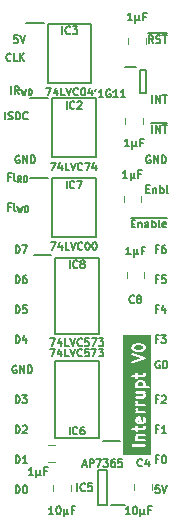
<source format=gto>
%TF.GenerationSoftware,KiCad,Pcbnew,7.0.5*%
%TF.CreationDate,2024-02-19T15:18:16+02:00*%
%TF.ProjectId,Flags Enable Interrupt,466c6167-7320-4456-9e61-626c6520496e,V1*%
%TF.SameCoordinates,PX6d01460PY32de760*%
%TF.FileFunction,Legend,Top*%
%TF.FilePolarity,Positive*%
%FSLAX46Y46*%
G04 Gerber Fmt 4.6, Leading zero omitted, Abs format (unit mm)*
G04 Created by KiCad (PCBNEW 7.0.5) date 2024-02-19 15:18:16*
%MOMM*%
%LPD*%
G01*
G04 APERTURE LIST*
%ADD10C,0.150000*%
%ADD11C,0.200000*%
%ADD12C,0.120000*%
G04 APERTURE END LIST*
D10*
X13339125Y-32973344D02*
X13127458Y-32973344D01*
X13127458Y-33305963D02*
X13127458Y-32670963D01*
X13127458Y-32670963D02*
X13429839Y-32670963D01*
X14004363Y-33305963D02*
X13641506Y-33305963D01*
X13822934Y-33305963D02*
X13822934Y-32670963D01*
X13822934Y-32670963D02*
X13762458Y-32761677D01*
X13762458Y-32761677D02*
X13701982Y-32822153D01*
X13701982Y-32822153D02*
X13641506Y-32852391D01*
X13339125Y-20273344D02*
X13127458Y-20273344D01*
X13127458Y-20605963D02*
X13127458Y-19970963D01*
X13127458Y-19970963D02*
X13429839Y-19970963D01*
X13974125Y-19970963D02*
X13671744Y-19970963D01*
X13671744Y-19970963D02*
X13641506Y-20273344D01*
X13641506Y-20273344D02*
X13671744Y-20243105D01*
X13671744Y-20243105D02*
X13732220Y-20212867D01*
X13732220Y-20212867D02*
X13883411Y-20212867D01*
X13883411Y-20212867D02*
X13943887Y-20243105D01*
X13943887Y-20243105D02*
X13974125Y-20273344D01*
X13974125Y-20273344D02*
X14004363Y-20333820D01*
X14004363Y-20333820D02*
X14004363Y-20485010D01*
X14004363Y-20485010D02*
X13974125Y-20545486D01*
X13974125Y-20545486D02*
X13943887Y-20575725D01*
X13943887Y-20575725D02*
X13883411Y-20605963D01*
X13883411Y-20605963D02*
X13732220Y-20605963D01*
X13732220Y-20605963D02*
X13671744Y-20575725D01*
X13671744Y-20575725D02*
X13641506Y-20545486D01*
X13339125Y-25353344D02*
X13127458Y-25353344D01*
X13127458Y-25685963D02*
X13127458Y-25050963D01*
X13127458Y-25050963D02*
X13429839Y-25050963D01*
X13611268Y-25050963D02*
X14004363Y-25050963D01*
X14004363Y-25050963D02*
X13792696Y-25292867D01*
X13792696Y-25292867D02*
X13883411Y-25292867D01*
X13883411Y-25292867D02*
X13943887Y-25323105D01*
X13943887Y-25323105D02*
X13974125Y-25353344D01*
X13974125Y-25353344D02*
X14004363Y-25413820D01*
X14004363Y-25413820D02*
X14004363Y-25565010D01*
X14004363Y-25565010D02*
X13974125Y-25625486D01*
X13974125Y-25625486D02*
X13943887Y-25655725D01*
X13943887Y-25655725D02*
X13883411Y-25685963D01*
X13883411Y-25685963D02*
X13701982Y-25685963D01*
X13701982Y-25685963D02*
X13641506Y-25655725D01*
X13641506Y-25655725D02*
X13611268Y-25625486D01*
X1598493Y-9841201D02*
X1538017Y-9810963D01*
X1538017Y-9810963D02*
X1447303Y-9810963D01*
X1447303Y-9810963D02*
X1356588Y-9841201D01*
X1356588Y-9841201D02*
X1296112Y-9901677D01*
X1296112Y-9901677D02*
X1265874Y-9962153D01*
X1265874Y-9962153D02*
X1235636Y-10083105D01*
X1235636Y-10083105D02*
X1235636Y-10173820D01*
X1235636Y-10173820D02*
X1265874Y-10294772D01*
X1265874Y-10294772D02*
X1296112Y-10355248D01*
X1296112Y-10355248D02*
X1356588Y-10415725D01*
X1356588Y-10415725D02*
X1447303Y-10445963D01*
X1447303Y-10445963D02*
X1507779Y-10445963D01*
X1507779Y-10445963D02*
X1598493Y-10415725D01*
X1598493Y-10415725D02*
X1628731Y-10385486D01*
X1628731Y-10385486D02*
X1628731Y-10173820D01*
X1628731Y-10173820D02*
X1507779Y-10173820D01*
X1900874Y-10445963D02*
X1900874Y-9810963D01*
X1900874Y-9810963D02*
X2263731Y-10445963D01*
X2263731Y-10445963D02*
X2263731Y-9810963D01*
X2566112Y-10445963D02*
X2566112Y-9810963D01*
X2566112Y-9810963D02*
X2717302Y-9810963D01*
X2717302Y-9810963D02*
X2808017Y-9841201D01*
X2808017Y-9841201D02*
X2868493Y-9901677D01*
X2868493Y-9901677D02*
X2898731Y-9962153D01*
X2898731Y-9962153D02*
X2928969Y-10083105D01*
X2928969Y-10083105D02*
X2928969Y-10173820D01*
X2928969Y-10173820D02*
X2898731Y-10294772D01*
X2898731Y-10294772D02*
X2868493Y-10355248D01*
X2868493Y-10355248D02*
X2808017Y-10415725D01*
X2808017Y-10415725D02*
X2717302Y-10445963D01*
X2717302Y-10445963D02*
X2566112Y-10445963D01*
X11101505Y-15574344D02*
X11313172Y-15574344D01*
X11403886Y-15906963D02*
X11101505Y-15906963D01*
X11101505Y-15906963D02*
X11101505Y-15271963D01*
X11101505Y-15271963D02*
X11403886Y-15271963D01*
X11676029Y-15483629D02*
X11676029Y-15906963D01*
X11676029Y-15544105D02*
X11706267Y-15513867D01*
X11706267Y-15513867D02*
X11766743Y-15483629D01*
X11766743Y-15483629D02*
X11857458Y-15483629D01*
X11857458Y-15483629D02*
X11917934Y-15513867D01*
X11917934Y-15513867D02*
X11948172Y-15574344D01*
X11948172Y-15574344D02*
X11948172Y-15906963D01*
X12522696Y-15906963D02*
X12522696Y-15574344D01*
X12522696Y-15574344D02*
X12492458Y-15513867D01*
X12492458Y-15513867D02*
X12431982Y-15483629D01*
X12431982Y-15483629D02*
X12311029Y-15483629D01*
X12311029Y-15483629D02*
X12250553Y-15513867D01*
X12522696Y-15876725D02*
X12462220Y-15906963D01*
X12462220Y-15906963D02*
X12311029Y-15906963D01*
X12311029Y-15906963D02*
X12250553Y-15876725D01*
X12250553Y-15876725D02*
X12220315Y-15816248D01*
X12220315Y-15816248D02*
X12220315Y-15755772D01*
X12220315Y-15755772D02*
X12250553Y-15695296D01*
X12250553Y-15695296D02*
X12311029Y-15665058D01*
X12311029Y-15665058D02*
X12462220Y-15665058D01*
X12462220Y-15665058D02*
X12522696Y-15634820D01*
X12825077Y-15906963D02*
X12825077Y-15271963D01*
X12825077Y-15513867D02*
X12885553Y-15483629D01*
X12885553Y-15483629D02*
X13006506Y-15483629D01*
X13006506Y-15483629D02*
X13066982Y-15513867D01*
X13066982Y-15513867D02*
X13097220Y-15544105D01*
X13097220Y-15544105D02*
X13127458Y-15604582D01*
X13127458Y-15604582D02*
X13127458Y-15786010D01*
X13127458Y-15786010D02*
X13097220Y-15846486D01*
X13097220Y-15846486D02*
X13066982Y-15876725D01*
X13066982Y-15876725D02*
X13006506Y-15906963D01*
X13006506Y-15906963D02*
X12885553Y-15906963D01*
X12885553Y-15906963D02*
X12825077Y-15876725D01*
X13490315Y-15906963D02*
X13429839Y-15876725D01*
X13429839Y-15876725D02*
X13399601Y-15816248D01*
X13399601Y-15816248D02*
X13399601Y-15271963D01*
X13974125Y-15876725D02*
X13913649Y-15906963D01*
X13913649Y-15906963D02*
X13792696Y-15906963D01*
X13792696Y-15906963D02*
X13732220Y-15876725D01*
X13732220Y-15876725D02*
X13701982Y-15816248D01*
X13701982Y-15816248D02*
X13701982Y-15574344D01*
X13701982Y-15574344D02*
X13732220Y-15513867D01*
X13732220Y-15513867D02*
X13792696Y-15483629D01*
X13792696Y-15483629D02*
X13913649Y-15483629D01*
X13913649Y-15483629D02*
X13974125Y-15513867D01*
X13974125Y-15513867D02*
X14004363Y-15574344D01*
X14004363Y-15574344D02*
X14004363Y-15634820D01*
X14004363Y-15634820D02*
X13701982Y-15695296D01*
X11013815Y-15095675D02*
X14061816Y-15095675D01*
X842541Y-11637344D02*
X630874Y-11637344D01*
X630874Y-11969963D02*
X630874Y-11334963D01*
X630874Y-11334963D02*
X933255Y-11334963D01*
X1265874Y-11969963D02*
X1205398Y-11939725D01*
X1205398Y-11939725D02*
X1175160Y-11879248D01*
X1175160Y-11879248D02*
X1175160Y-11334963D01*
X1767827Y-12040115D02*
X1598493Y-11798210D01*
X1477541Y-12040115D02*
X1477541Y-11532115D01*
X1477541Y-11532115D02*
X1671065Y-11532115D01*
X1671065Y-11532115D02*
X1719446Y-11556305D01*
X1719446Y-11556305D02*
X1743636Y-11580496D01*
X1743636Y-11580496D02*
X1767827Y-11628877D01*
X1767827Y-11628877D02*
X1767827Y-11701448D01*
X1767827Y-11701448D02*
X1743636Y-11749829D01*
X1743636Y-11749829D02*
X1719446Y-11774020D01*
X1719446Y-11774020D02*
X1671065Y-11798210D01*
X1671065Y-11798210D02*
X1477541Y-11798210D01*
X1985541Y-12040115D02*
X1985541Y-11532115D01*
X1985541Y-11532115D02*
X2106493Y-11532115D01*
X2106493Y-11532115D02*
X2179065Y-11556305D01*
X2179065Y-11556305D02*
X2227446Y-11604686D01*
X2227446Y-11604686D02*
X2251636Y-11653067D01*
X2251636Y-11653067D02*
X2275827Y-11749829D01*
X2275827Y-11749829D02*
X2275827Y-11822401D01*
X2275827Y-11822401D02*
X2251636Y-11919163D01*
X2251636Y-11919163D02*
X2227446Y-11967544D01*
X2227446Y-11967544D02*
X2179065Y-12015925D01*
X2179065Y-12015925D02*
X2106493Y-12040115D01*
X2106493Y-12040115D02*
X1985541Y-12040115D01*
X1265874Y-18065963D02*
X1265874Y-17430963D01*
X1265874Y-17430963D02*
X1417064Y-17430963D01*
X1417064Y-17430963D02*
X1507779Y-17461201D01*
X1507779Y-17461201D02*
X1568255Y-17521677D01*
X1568255Y-17521677D02*
X1598493Y-17582153D01*
X1598493Y-17582153D02*
X1628731Y-17703105D01*
X1628731Y-17703105D02*
X1628731Y-17793820D01*
X1628731Y-17793820D02*
X1598493Y-17914772D01*
X1598493Y-17914772D02*
X1568255Y-17975248D01*
X1568255Y-17975248D02*
X1507779Y-18035725D01*
X1507779Y-18035725D02*
X1417064Y-18065963D01*
X1417064Y-18065963D02*
X1265874Y-18065963D01*
X1840398Y-17430963D02*
X2263731Y-17430963D01*
X2263731Y-17430963D02*
X1991588Y-18065963D01*
X1265874Y-25685963D02*
X1265874Y-25050963D01*
X1265874Y-25050963D02*
X1417064Y-25050963D01*
X1417064Y-25050963D02*
X1507779Y-25081201D01*
X1507779Y-25081201D02*
X1568255Y-25141677D01*
X1568255Y-25141677D02*
X1598493Y-25202153D01*
X1598493Y-25202153D02*
X1628731Y-25323105D01*
X1628731Y-25323105D02*
X1628731Y-25413820D01*
X1628731Y-25413820D02*
X1598493Y-25534772D01*
X1598493Y-25534772D02*
X1568255Y-25595248D01*
X1568255Y-25595248D02*
X1507779Y-25655725D01*
X1507779Y-25655725D02*
X1417064Y-25685963D01*
X1417064Y-25685963D02*
X1265874Y-25685963D01*
X2173017Y-25262629D02*
X2173017Y-25685963D01*
X2021826Y-25020725D02*
X1870636Y-25474296D01*
X1870636Y-25474296D02*
X2263731Y-25474296D01*
X884874Y-4603963D02*
X884874Y-3968963D01*
X1550112Y-4603963D02*
X1338445Y-4301582D01*
X1187255Y-4603963D02*
X1187255Y-3968963D01*
X1187255Y-3968963D02*
X1429160Y-3968963D01*
X1429160Y-3968963D02*
X1489636Y-3999201D01*
X1489636Y-3999201D02*
X1519874Y-4029439D01*
X1519874Y-4029439D02*
X1550112Y-4089915D01*
X1550112Y-4089915D02*
X1550112Y-4180629D01*
X1550112Y-4180629D02*
X1519874Y-4241105D01*
X1519874Y-4241105D02*
X1489636Y-4271344D01*
X1489636Y-4271344D02*
X1429160Y-4301582D01*
X1429160Y-4301582D02*
X1187255Y-4301582D01*
X1743636Y-4166115D02*
X1864588Y-4674115D01*
X1864588Y-4674115D02*
X1961350Y-4311258D01*
X1961350Y-4311258D02*
X2058112Y-4674115D01*
X2058112Y-4674115D02*
X2179065Y-4166115D01*
X2372588Y-4674115D02*
X2372588Y-4166115D01*
X2372588Y-4166115D02*
X2493540Y-4166115D01*
X2493540Y-4166115D02*
X2566112Y-4190305D01*
X2566112Y-4190305D02*
X2614493Y-4238686D01*
X2614493Y-4238686D02*
X2638683Y-4287067D01*
X2638683Y-4287067D02*
X2662874Y-4383829D01*
X2662874Y-4383829D02*
X2662874Y-4456401D01*
X2662874Y-4456401D02*
X2638683Y-4553163D01*
X2638683Y-4553163D02*
X2614493Y-4601544D01*
X2614493Y-4601544D02*
X2566112Y-4649925D01*
X2566112Y-4649925D02*
X2493540Y-4674115D01*
X2493540Y-4674115D02*
X2372588Y-4674115D01*
X1265874Y-33305963D02*
X1265874Y-32670963D01*
X1265874Y-32670963D02*
X1417064Y-32670963D01*
X1417064Y-32670963D02*
X1507779Y-32701201D01*
X1507779Y-32701201D02*
X1568255Y-32761677D01*
X1568255Y-32761677D02*
X1598493Y-32822153D01*
X1598493Y-32822153D02*
X1628731Y-32943105D01*
X1628731Y-32943105D02*
X1628731Y-33033820D01*
X1628731Y-33033820D02*
X1598493Y-33154772D01*
X1598493Y-33154772D02*
X1568255Y-33215248D01*
X1568255Y-33215248D02*
X1507779Y-33275725D01*
X1507779Y-33275725D02*
X1417064Y-33305963D01*
X1417064Y-33305963D02*
X1265874Y-33305963D01*
X1870636Y-32731439D02*
X1900874Y-32701201D01*
X1900874Y-32701201D02*
X1961350Y-32670963D01*
X1961350Y-32670963D02*
X2112541Y-32670963D01*
X2112541Y-32670963D02*
X2173017Y-32701201D01*
X2173017Y-32701201D02*
X2203255Y-32731439D01*
X2203255Y-32731439D02*
X2233493Y-32791915D01*
X2233493Y-32791915D02*
X2233493Y-32852391D01*
X2233493Y-32852391D02*
X2203255Y-32943105D01*
X2203255Y-32943105D02*
X1840398Y-33305963D01*
X1840398Y-33305963D02*
X2233493Y-33305963D01*
X13339125Y-30433344D02*
X13127458Y-30433344D01*
X13127458Y-30765963D02*
X13127458Y-30130963D01*
X13127458Y-30130963D02*
X13429839Y-30130963D01*
X13641506Y-30191439D02*
X13671744Y-30161201D01*
X13671744Y-30161201D02*
X13732220Y-30130963D01*
X13732220Y-30130963D02*
X13883411Y-30130963D01*
X13883411Y-30130963D02*
X13943887Y-30161201D01*
X13943887Y-30161201D02*
X13974125Y-30191439D01*
X13974125Y-30191439D02*
X14004363Y-30251915D01*
X14004363Y-30251915D02*
X14004363Y-30312391D01*
X14004363Y-30312391D02*
X13974125Y-30403105D01*
X13974125Y-30403105D02*
X13611268Y-30765963D01*
X13611268Y-30765963D02*
X14004363Y-30765963D01*
D11*
G36*
X11730905Y-32356143D02*
G01*
X11686015Y-32356143D01*
X11641706Y-32333988D01*
X11619551Y-32289679D01*
X11619551Y-32146416D01*
X11641706Y-32102107D01*
X11676607Y-32084656D01*
X11730905Y-32356143D01*
G37*
G36*
X12031744Y-29062137D02*
G01*
X12056415Y-29086808D01*
X12086219Y-29146415D01*
X12086219Y-29289678D01*
X12076797Y-29308523D01*
X11628974Y-29308523D01*
X11619551Y-29289678D01*
X11619551Y-29146415D01*
X11649356Y-29086806D01*
X11674026Y-29062137D01*
X11733634Y-29032333D01*
X11972136Y-29032333D01*
X12031744Y-29062137D01*
G37*
G36*
X11960841Y-25931446D02*
G01*
X12031744Y-25966898D01*
X12056415Y-25991569D01*
X12086218Y-26051175D01*
X12086218Y-26099202D01*
X12056415Y-26158808D01*
X12031743Y-26183479D01*
X11960840Y-26218931D01*
X11792955Y-26260903D01*
X11579483Y-26260903D01*
X11411595Y-26218931D01*
X11340692Y-26183480D01*
X11316023Y-26158810D01*
X11286218Y-26099201D01*
X11286218Y-26051176D01*
X11316023Y-25991567D01*
X11340693Y-25966897D01*
X11411596Y-25931446D01*
X11579482Y-25889475D01*
X11792954Y-25889475D01*
X11960841Y-25931446D01*
G37*
G36*
X12761857Y-35191858D02*
G01*
X10376143Y-35191858D01*
X10376143Y-34375737D01*
X11083058Y-34375737D01*
X11107453Y-34429156D01*
X11156856Y-34460905D01*
X12200598Y-34460905D01*
X12242566Y-34448582D01*
X12281023Y-34404200D01*
X12289380Y-34346073D01*
X12264985Y-34292654D01*
X12215582Y-34260905D01*
X11171840Y-34260905D01*
X11129872Y-34273228D01*
X11091415Y-34317610D01*
X11083058Y-34375737D01*
X10376143Y-34375737D01*
X10376143Y-33610189D01*
X11415932Y-33610189D01*
X11419552Y-33618917D01*
X11419552Y-33736472D01*
X11416978Y-33760316D01*
X11426116Y-33778592D01*
X11431875Y-33798205D01*
X11439016Y-33804393D01*
X11445535Y-33817430D01*
X11424748Y-33841420D01*
X11416391Y-33899547D01*
X11440786Y-33952966D01*
X11490189Y-33984715D01*
X11589266Y-33984715D01*
X11592636Y-33986555D01*
X11618359Y-33984715D01*
X12200598Y-33984715D01*
X12242566Y-33972392D01*
X12281023Y-33928010D01*
X12289380Y-33869883D01*
X12264985Y-33816464D01*
X12215582Y-33784715D01*
X11656211Y-33784715D01*
X11649356Y-33777860D01*
X11619552Y-33718251D01*
X11619552Y-33622607D01*
X11641706Y-33578298D01*
X11686015Y-33556144D01*
X12200598Y-33556144D01*
X12242566Y-33543821D01*
X12281023Y-33499439D01*
X12289380Y-33441312D01*
X12264985Y-33387893D01*
X12215582Y-33356144D01*
X11667793Y-33356144D01*
X11643950Y-33353570D01*
X11625672Y-33362708D01*
X11606062Y-33368467D01*
X11599874Y-33375608D01*
X11545236Y-33402927D01*
X11541351Y-33402790D01*
X11519211Y-33415939D01*
X11509589Y-33420751D01*
X11506900Y-33423251D01*
X11490860Y-33432779D01*
X11485819Y-33442860D01*
X11477562Y-33450541D01*
X11472938Y-33468621D01*
X11432519Y-33549459D01*
X11419552Y-33569638D01*
X11419552Y-33590073D01*
X11415932Y-33610189D01*
X10376143Y-33610189D01*
X10376143Y-32994785D01*
X11083058Y-32994785D01*
X11107453Y-33048204D01*
X11156856Y-33079953D01*
X11419552Y-33079953D01*
X11419552Y-33137189D01*
X11431875Y-33179157D01*
X11476257Y-33217614D01*
X11534384Y-33225971D01*
X11587803Y-33201576D01*
X11619552Y-33152173D01*
X11619552Y-33079953D01*
X12037976Y-33079953D01*
X12061819Y-33082527D01*
X12080096Y-33073388D01*
X12099708Y-33067630D01*
X12105895Y-33060489D01*
X12160535Y-33033169D01*
X12164420Y-33033307D01*
X12186550Y-33020162D01*
X12196182Y-33015347D01*
X12198873Y-33012843D01*
X12214911Y-33003318D01*
X12219952Y-32993235D01*
X12228208Y-32985556D01*
X12232830Y-32967479D01*
X12273253Y-32886634D01*
X12286219Y-32866459D01*
X12286219Y-32846023D01*
X12289839Y-32825908D01*
X12286218Y-32817179D01*
X12286219Y-32727479D01*
X12273896Y-32685511D01*
X12229514Y-32647054D01*
X12171387Y-32638697D01*
X12117968Y-32663092D01*
X12086219Y-32712495D01*
X12086218Y-32813490D01*
X12064064Y-32857798D01*
X12019755Y-32879953D01*
X11619552Y-32879953D01*
X11619552Y-32727479D01*
X11607229Y-32685511D01*
X11562847Y-32647054D01*
X11504720Y-32638697D01*
X11451301Y-32663092D01*
X11419552Y-32712495D01*
X11419552Y-32879953D01*
X11171840Y-32879953D01*
X11129872Y-32892276D01*
X11091415Y-32936658D01*
X11083058Y-32994785D01*
X10376143Y-32994785D01*
X10376143Y-32133998D01*
X11415932Y-32133998D01*
X11419552Y-32142726D01*
X11419552Y-32307900D01*
X11416978Y-32331744D01*
X11426116Y-32350020D01*
X11431875Y-32369633D01*
X11439016Y-32375821D01*
X11466335Y-32430458D01*
X11466198Y-32434344D01*
X11479348Y-32456484D01*
X11484159Y-32466106D01*
X11486659Y-32468794D01*
X11496187Y-32484835D01*
X11506269Y-32489876D01*
X11513949Y-32498132D01*
X11532025Y-32502754D01*
X11612870Y-32543177D01*
X11633046Y-32556143D01*
X11653481Y-32556143D01*
X11673597Y-32559763D01*
X11682325Y-32556143D01*
X11826465Y-32556143D01*
X11829023Y-32557596D01*
X11855606Y-32556143D01*
X12037976Y-32556143D01*
X12061819Y-32558717D01*
X12080096Y-32549578D01*
X12099708Y-32543820D01*
X12105895Y-32536679D01*
X12160535Y-32509359D01*
X12164420Y-32509497D01*
X12186550Y-32496352D01*
X12196182Y-32491537D01*
X12198873Y-32489033D01*
X12214911Y-32479508D01*
X12219952Y-32469425D01*
X12228208Y-32461746D01*
X12232830Y-32443669D01*
X12273253Y-32362824D01*
X12286219Y-32342649D01*
X12286219Y-32322213D01*
X12289839Y-32302098D01*
X12286219Y-32293369D01*
X12286219Y-32128194D01*
X12288793Y-32104351D01*
X12279654Y-32086073D01*
X12273896Y-32066463D01*
X12266754Y-32060275D01*
X12221612Y-31969990D01*
X12191822Y-31937963D01*
X12134927Y-31923415D01*
X12079199Y-31941935D01*
X12042329Y-31987644D01*
X12036026Y-32046030D01*
X12086219Y-32146415D01*
X12086219Y-32289680D01*
X12064064Y-32333988D01*
X12019755Y-32356143D01*
X11934866Y-32356143D01*
X11859073Y-31977184D01*
X11860808Y-31965121D01*
X11853429Y-31948963D01*
X11852885Y-31946242D01*
X11847477Y-31935929D01*
X11836413Y-31911702D01*
X11833937Y-31910111D01*
X11832571Y-31907505D01*
X11809408Y-31894347D01*
X11787010Y-31879953D01*
X11784069Y-31879953D01*
X11781509Y-31878499D01*
X11754907Y-31879953D01*
X11667793Y-31879953D01*
X11643950Y-31877379D01*
X11625672Y-31886517D01*
X11606062Y-31892276D01*
X11599874Y-31899417D01*
X11545236Y-31926736D01*
X11541351Y-31926599D01*
X11519211Y-31939748D01*
X11509589Y-31944560D01*
X11506900Y-31947060D01*
X11490860Y-31956588D01*
X11485819Y-31966669D01*
X11477562Y-31974350D01*
X11472938Y-31992430D01*
X11432519Y-32073268D01*
X11419552Y-32093447D01*
X11419552Y-32113882D01*
X11415932Y-32133998D01*
X10376143Y-32133998D01*
X10376143Y-31566213D01*
X11416391Y-31566213D01*
X11440786Y-31619632D01*
X11490189Y-31651381D01*
X11701100Y-31651381D01*
X11721216Y-31655001D01*
X11729944Y-31651381D01*
X12200598Y-31651381D01*
X12242566Y-31639058D01*
X12281023Y-31594676D01*
X12289380Y-31536549D01*
X12264985Y-31483130D01*
X12215582Y-31451381D01*
X11733634Y-31451381D01*
X11674026Y-31421577D01*
X11649356Y-31396907D01*
X11619552Y-31337298D01*
X11619552Y-31251288D01*
X11607229Y-31209320D01*
X11562847Y-31170863D01*
X11504720Y-31162506D01*
X11451301Y-31186901D01*
X11419552Y-31236304D01*
X11419552Y-31355519D01*
X11416978Y-31379363D01*
X11426116Y-31397639D01*
X11431875Y-31417252D01*
X11439016Y-31423440D01*
X11460632Y-31466672D01*
X11424748Y-31508086D01*
X11416391Y-31566213D01*
X10376143Y-31566213D01*
X10376143Y-30947165D01*
X11416391Y-30947165D01*
X11440786Y-31000584D01*
X11490189Y-31032333D01*
X11701100Y-31032333D01*
X11721216Y-31035953D01*
X11729944Y-31032333D01*
X12200598Y-31032333D01*
X12242566Y-31020010D01*
X12281023Y-30975628D01*
X12289380Y-30917501D01*
X12264985Y-30864082D01*
X12215582Y-30832333D01*
X11733634Y-30832333D01*
X11674026Y-30802529D01*
X11649356Y-30777859D01*
X11619552Y-30718250D01*
X11619552Y-30632240D01*
X11607229Y-30590272D01*
X11562847Y-30551815D01*
X11504720Y-30543458D01*
X11451301Y-30567853D01*
X11419552Y-30617256D01*
X11419552Y-30736471D01*
X11416978Y-30760315D01*
X11426116Y-30778591D01*
X11431875Y-30798204D01*
X11439016Y-30804392D01*
X11460632Y-30847624D01*
X11424748Y-30889038D01*
X11416391Y-30947165D01*
X10376143Y-30947165D01*
X10376143Y-30328117D01*
X11416391Y-30328117D01*
X11440786Y-30381536D01*
X11490189Y-30413285D01*
X12037976Y-30413285D01*
X12061819Y-30415859D01*
X12080096Y-30406720D01*
X12099708Y-30400962D01*
X12105895Y-30393821D01*
X12160535Y-30366501D01*
X12164420Y-30366639D01*
X12186550Y-30353494D01*
X12196182Y-30348679D01*
X12198873Y-30346175D01*
X12214911Y-30336650D01*
X12219952Y-30326567D01*
X12228208Y-30318888D01*
X12232830Y-30300811D01*
X12273253Y-30219966D01*
X12286219Y-30199791D01*
X12286219Y-30179355D01*
X12289839Y-30159240D01*
X12286219Y-30150511D01*
X12286219Y-30032955D01*
X12288793Y-30009112D01*
X12279654Y-29990834D01*
X12273896Y-29971224D01*
X12266754Y-29965036D01*
X12260236Y-29951998D01*
X12281023Y-29928009D01*
X12289380Y-29869882D01*
X12264985Y-29816463D01*
X12215582Y-29784714D01*
X12116505Y-29784714D01*
X12113133Y-29782873D01*
X12087402Y-29784714D01*
X11505173Y-29784714D01*
X11463205Y-29797037D01*
X11424748Y-29841419D01*
X11416391Y-29899546D01*
X11440786Y-29952965D01*
X11490189Y-29984714D01*
X12049559Y-29984714D01*
X12056415Y-29991570D01*
X12086219Y-30051176D01*
X12086219Y-30146822D01*
X12064064Y-30191130D01*
X12019755Y-30213285D01*
X11505173Y-30213285D01*
X11463205Y-30225608D01*
X11424748Y-30269990D01*
X11416391Y-30328117D01*
X10376143Y-30328117D01*
X10376143Y-29133997D01*
X11415932Y-29133997D01*
X11419552Y-29142725D01*
X11419552Y-29307899D01*
X11416978Y-29331743D01*
X11426116Y-29350019D01*
X11429105Y-29360199D01*
X11424748Y-29365228D01*
X11416391Y-29423355D01*
X11440786Y-29476774D01*
X11490189Y-29508523D01*
X11554588Y-29508523D01*
X11570844Y-29512680D01*
X11583353Y-29508523D01*
X12136833Y-29508523D01*
X12164420Y-29509496D01*
X12166058Y-29508523D01*
X12533931Y-29508523D01*
X12575899Y-29496200D01*
X12614356Y-29451818D01*
X12622713Y-29393691D01*
X12598318Y-29340272D01*
X12548915Y-29308523D01*
X12288683Y-29308523D01*
X12289839Y-29302097D01*
X12286219Y-29293368D01*
X12286219Y-29128193D01*
X12288793Y-29104350D01*
X12279654Y-29086072D01*
X12273896Y-29066462D01*
X12266754Y-29060274D01*
X12233650Y-28994065D01*
X12230073Y-28977622D01*
X12210592Y-28958141D01*
X12191822Y-28937962D01*
X12189927Y-28937477D01*
X12170555Y-28918105D01*
X12161964Y-28903641D01*
X12137339Y-28891328D01*
X12113133Y-28878111D01*
X12111183Y-28878250D01*
X12045283Y-28845300D01*
X12025105Y-28832333D01*
X12004669Y-28832333D01*
X11984554Y-28828713D01*
X11975826Y-28832333D01*
X11715412Y-28832333D01*
X11691569Y-28829759D01*
X11673291Y-28838897D01*
X11653681Y-28844656D01*
X11647493Y-28851797D01*
X11581282Y-28884902D01*
X11564842Y-28888479D01*
X11545367Y-28907953D01*
X11525181Y-28926730D01*
X11524696Y-28928624D01*
X11505326Y-28947994D01*
X11490860Y-28956587D01*
X11478542Y-28981221D01*
X11465331Y-29005417D01*
X11465470Y-29007366D01*
X11432519Y-29073267D01*
X11419552Y-29093446D01*
X11419552Y-29113881D01*
X11415932Y-29133997D01*
X10376143Y-29133997D01*
X10376143Y-28518593D01*
X11083058Y-28518593D01*
X11107453Y-28572012D01*
X11156856Y-28603761D01*
X11419552Y-28603761D01*
X11419552Y-28660997D01*
X11431875Y-28702965D01*
X11476257Y-28741422D01*
X11534384Y-28749779D01*
X11587803Y-28725384D01*
X11619552Y-28675981D01*
X11619552Y-28603761D01*
X12037976Y-28603761D01*
X12061819Y-28606335D01*
X12080096Y-28597196D01*
X12099708Y-28591438D01*
X12105895Y-28584297D01*
X12160535Y-28556977D01*
X12164420Y-28557115D01*
X12186550Y-28543970D01*
X12196182Y-28539155D01*
X12198873Y-28536651D01*
X12214911Y-28527126D01*
X12219952Y-28517043D01*
X12228208Y-28509364D01*
X12232830Y-28491287D01*
X12273253Y-28410442D01*
X12286219Y-28390267D01*
X12286219Y-28369831D01*
X12289839Y-28349716D01*
X12286218Y-28340987D01*
X12286219Y-28251287D01*
X12273896Y-28209319D01*
X12229514Y-28170862D01*
X12171387Y-28162505D01*
X12117968Y-28186900D01*
X12086219Y-28236303D01*
X12086218Y-28337298D01*
X12064064Y-28381606D01*
X12019755Y-28403761D01*
X11619552Y-28403761D01*
X11619552Y-28251287D01*
X11607229Y-28209319D01*
X11562847Y-28170862D01*
X11504720Y-28162505D01*
X11451301Y-28186900D01*
X11419552Y-28236303D01*
X11419552Y-28403761D01*
X11171840Y-28403761D01*
X11129872Y-28416084D01*
X11091415Y-28460466D01*
X11083058Y-28518593D01*
X10376143Y-28518593D01*
X10376143Y-27302190D01*
X11082589Y-27302190D01*
X11093042Y-27359977D01*
X11133078Y-27402941D01*
X11189986Y-27417438D01*
X12200679Y-27080539D01*
X12211948Y-27080947D01*
X12227999Y-27071432D01*
X12231482Y-27070272D01*
X12240314Y-27064133D01*
X12262466Y-27051004D01*
X12264207Y-27047528D01*
X12267400Y-27045310D01*
X12277244Y-27021513D01*
X12288776Y-26998502D01*
X12288362Y-26994638D01*
X12289849Y-26991045D01*
X12285265Y-26965707D01*
X12282525Y-26940110D01*
X12280086Y-26937081D01*
X12279395Y-26933258D01*
X12261848Y-26914428D01*
X12245698Y-26894368D01*
X12242009Y-26893138D01*
X12239360Y-26890295D01*
X12214409Y-26883938D01*
X11204201Y-26547203D01*
X11160489Y-26545622D01*
X11109971Y-26575565D01*
X11083662Y-26628067D01*
X11089912Y-26686459D01*
X11126740Y-26732201D01*
X11869990Y-26979950D01*
X11140955Y-27222963D01*
X11105038Y-27247925D01*
X11082589Y-27302190D01*
X10376143Y-27302190D01*
X10376143Y-26038758D01*
X11082599Y-26038758D01*
X11086218Y-26047486D01*
X11086219Y-26117422D01*
X11083645Y-26141266D01*
X11092783Y-26159542D01*
X11098542Y-26179155D01*
X11105683Y-26185343D01*
X11138787Y-26251551D01*
X11142365Y-26267994D01*
X11161844Y-26287473D01*
X11180616Y-26307654D01*
X11182509Y-26308138D01*
X11201880Y-26327509D01*
X11210473Y-26341976D01*
X11235109Y-26354294D01*
X11259303Y-26367505D01*
X11261251Y-26367365D01*
X11316041Y-26394760D01*
X11323955Y-26403177D01*
X11341793Y-26407636D01*
X11344834Y-26409157D01*
X11355688Y-26411110D01*
X11526951Y-26453926D01*
X11537808Y-26460903D01*
X11554859Y-26460903D01*
X11556867Y-26461405D01*
X11569213Y-26460903D01*
X11788807Y-26460903D01*
X11801033Y-26465039D01*
X11817577Y-26460903D01*
X11819645Y-26460903D01*
X11831495Y-26457423D01*
X12002715Y-26414618D01*
X12014200Y-26415858D01*
X12030643Y-26407636D01*
X12033945Y-26406811D01*
X12043465Y-26401225D01*
X12124484Y-26360715D01*
X12140927Y-26357139D01*
X12160410Y-26337655D01*
X12180588Y-26318887D01*
X12181071Y-26316994D01*
X12200444Y-26297622D01*
X12214911Y-26289030D01*
X12227230Y-26264391D01*
X12240440Y-26240201D01*
X12240300Y-26238251D01*
X12273253Y-26172346D01*
X12286219Y-26152171D01*
X12286219Y-26131735D01*
X12289839Y-26111620D01*
X12286218Y-26102891D01*
X12286219Y-26032954D01*
X12288793Y-26009111D01*
X12279654Y-25990833D01*
X12273896Y-25971223D01*
X12266754Y-25965035D01*
X12233650Y-25898826D01*
X12230073Y-25882383D01*
X12210592Y-25862902D01*
X12191822Y-25842723D01*
X12189927Y-25842238D01*
X12170555Y-25822866D01*
X12161964Y-25808402D01*
X12137339Y-25796089D01*
X12113133Y-25782872D01*
X12111183Y-25783011D01*
X12056396Y-25755618D01*
X12048482Y-25747201D01*
X12030642Y-25742741D01*
X12027602Y-25741221D01*
X12016750Y-25739268D01*
X11845485Y-25696451D01*
X11834629Y-25689475D01*
X11817578Y-25689475D01*
X11815570Y-25688973D01*
X11803224Y-25689475D01*
X11583630Y-25689475D01*
X11571404Y-25685339D01*
X11554860Y-25689475D01*
X11552792Y-25689475D01*
X11540941Y-25692954D01*
X11369720Y-25735759D01*
X11358236Y-25734520D01*
X11341792Y-25742741D01*
X11338492Y-25743567D01*
X11328975Y-25749150D01*
X11247949Y-25789663D01*
X11231509Y-25793240D01*
X11212034Y-25812714D01*
X11191848Y-25831491D01*
X11191363Y-25833385D01*
X11171993Y-25852755D01*
X11157527Y-25861348D01*
X11145209Y-25885982D01*
X11131998Y-25910178D01*
X11132137Y-25912127D01*
X11099186Y-25978028D01*
X11086219Y-25998207D01*
X11086219Y-26018642D01*
X11082599Y-26038758D01*
X10376143Y-26038758D01*
X10376143Y-25006142D01*
X12761857Y-25006142D01*
X12761857Y-35191858D01*
G37*
D10*
X13339125Y-22813344D02*
X13127458Y-22813344D01*
X13127458Y-23145963D02*
X13127458Y-22510963D01*
X13127458Y-22510963D02*
X13429839Y-22510963D01*
X13943887Y-22722629D02*
X13943887Y-23145963D01*
X13792696Y-22480725D02*
X13641506Y-22934296D01*
X13641506Y-22934296D02*
X14034601Y-22934296D01*
X13339125Y-17733344D02*
X13127458Y-17733344D01*
X13127458Y-18065963D02*
X13127458Y-17430963D01*
X13127458Y-17430963D02*
X13429839Y-17430963D01*
X13943887Y-17430963D02*
X13822934Y-17430963D01*
X13822934Y-17430963D02*
X13762458Y-17461201D01*
X13762458Y-17461201D02*
X13732220Y-17491439D01*
X13732220Y-17491439D02*
X13671744Y-17582153D01*
X13671744Y-17582153D02*
X13641506Y-17703105D01*
X13641506Y-17703105D02*
X13641506Y-17945010D01*
X13641506Y-17945010D02*
X13671744Y-18005486D01*
X13671744Y-18005486D02*
X13701982Y-18035725D01*
X13701982Y-18035725D02*
X13762458Y-18065963D01*
X13762458Y-18065963D02*
X13883411Y-18065963D01*
X13883411Y-18065963D02*
X13943887Y-18035725D01*
X13943887Y-18035725D02*
X13974125Y-18005486D01*
X13974125Y-18005486D02*
X14004363Y-17945010D01*
X14004363Y-17945010D02*
X14004363Y-17793820D01*
X14004363Y-17793820D02*
X13974125Y-17733344D01*
X13974125Y-17733344D02*
X13943887Y-17703105D01*
X13943887Y-17703105D02*
X13883411Y-17672867D01*
X13883411Y-17672867D02*
X13762458Y-17672867D01*
X13762458Y-17672867D02*
X13701982Y-17703105D01*
X13701982Y-17703105D02*
X13671744Y-17733344D01*
X13671744Y-17733344D02*
X13641506Y-17793820D01*
X1441255Y349037D02*
X1138874Y349037D01*
X1138874Y349037D02*
X1108636Y46656D01*
X1108636Y46656D02*
X1138874Y76895D01*
X1138874Y76895D02*
X1199350Y107133D01*
X1199350Y107133D02*
X1350541Y107133D01*
X1350541Y107133D02*
X1411017Y76895D01*
X1411017Y76895D02*
X1441255Y46656D01*
X1441255Y46656D02*
X1471493Y-13820D01*
X1471493Y-13820D02*
X1471493Y-165010D01*
X1471493Y-165010D02*
X1441255Y-225486D01*
X1441255Y-225486D02*
X1411017Y-255725D01*
X1411017Y-255725D02*
X1350541Y-285963D01*
X1350541Y-285963D02*
X1199350Y-285963D01*
X1199350Y-285963D02*
X1138874Y-255725D01*
X1138874Y-255725D02*
X1108636Y-225486D01*
X1652922Y349037D02*
X1864588Y-285963D01*
X1864588Y-285963D02*
X2076255Y349037D01*
X12915791Y-285963D02*
X12704124Y16418D01*
X12552934Y-285963D02*
X12552934Y349037D01*
X12552934Y349037D02*
X12794839Y349037D01*
X12794839Y349037D02*
X12855315Y318799D01*
X12855315Y318799D02*
X12885553Y288561D01*
X12885553Y288561D02*
X12915791Y228085D01*
X12915791Y228085D02*
X12915791Y137371D01*
X12915791Y137371D02*
X12885553Y76895D01*
X12885553Y76895D02*
X12855315Y46656D01*
X12855315Y46656D02*
X12794839Y16418D01*
X12794839Y16418D02*
X12552934Y16418D01*
X13157696Y-255725D02*
X13248410Y-285963D01*
X13248410Y-285963D02*
X13399601Y-285963D01*
X13399601Y-285963D02*
X13460077Y-255725D01*
X13460077Y-255725D02*
X13490315Y-225486D01*
X13490315Y-225486D02*
X13520553Y-165010D01*
X13520553Y-165010D02*
X13520553Y-104534D01*
X13520553Y-104534D02*
X13490315Y-44058D01*
X13490315Y-44058D02*
X13460077Y-13820D01*
X13460077Y-13820D02*
X13399601Y16418D01*
X13399601Y16418D02*
X13278648Y46656D01*
X13278648Y46656D02*
X13218172Y76895D01*
X13218172Y76895D02*
X13187934Y107133D01*
X13187934Y107133D02*
X13157696Y167609D01*
X13157696Y167609D02*
X13157696Y228085D01*
X13157696Y228085D02*
X13187934Y288561D01*
X13187934Y288561D02*
X13218172Y318799D01*
X13218172Y318799D02*
X13278648Y349037D01*
X13278648Y349037D02*
X13429839Y349037D01*
X13429839Y349037D02*
X13520553Y318799D01*
X13701982Y349037D02*
X14064839Y349037D01*
X13883410Y-285963D02*
X13883410Y349037D01*
X12465244Y525325D02*
X14061816Y525325D01*
X1265874Y-30765963D02*
X1265874Y-30130963D01*
X1265874Y-30130963D02*
X1417064Y-30130963D01*
X1417064Y-30130963D02*
X1507779Y-30161201D01*
X1507779Y-30161201D02*
X1568255Y-30221677D01*
X1568255Y-30221677D02*
X1598493Y-30282153D01*
X1598493Y-30282153D02*
X1628731Y-30403105D01*
X1628731Y-30403105D02*
X1628731Y-30493820D01*
X1628731Y-30493820D02*
X1598493Y-30614772D01*
X1598493Y-30614772D02*
X1568255Y-30675248D01*
X1568255Y-30675248D02*
X1507779Y-30735725D01*
X1507779Y-30735725D02*
X1417064Y-30765963D01*
X1417064Y-30765963D02*
X1265874Y-30765963D01*
X1840398Y-30130963D02*
X2233493Y-30130963D01*
X2233493Y-30130963D02*
X2021826Y-30372867D01*
X2021826Y-30372867D02*
X2112541Y-30372867D01*
X2112541Y-30372867D02*
X2173017Y-30403105D01*
X2173017Y-30403105D02*
X2203255Y-30433344D01*
X2203255Y-30433344D02*
X2233493Y-30493820D01*
X2233493Y-30493820D02*
X2233493Y-30645010D01*
X2233493Y-30645010D02*
X2203255Y-30705486D01*
X2203255Y-30705486D02*
X2173017Y-30735725D01*
X2173017Y-30735725D02*
X2112541Y-30765963D01*
X2112541Y-30765963D02*
X1931112Y-30765963D01*
X1931112Y-30765963D02*
X1870636Y-30735725D01*
X1870636Y-30735725D02*
X1840398Y-30705486D01*
X12673887Y-9841201D02*
X12613411Y-9810963D01*
X12613411Y-9810963D02*
X12522697Y-9810963D01*
X12522697Y-9810963D02*
X12431982Y-9841201D01*
X12431982Y-9841201D02*
X12371506Y-9901677D01*
X12371506Y-9901677D02*
X12341268Y-9962153D01*
X12341268Y-9962153D02*
X12311030Y-10083105D01*
X12311030Y-10083105D02*
X12311030Y-10173820D01*
X12311030Y-10173820D02*
X12341268Y-10294772D01*
X12341268Y-10294772D02*
X12371506Y-10355248D01*
X12371506Y-10355248D02*
X12431982Y-10415725D01*
X12431982Y-10415725D02*
X12522697Y-10445963D01*
X12522697Y-10445963D02*
X12583173Y-10445963D01*
X12583173Y-10445963D02*
X12673887Y-10415725D01*
X12673887Y-10415725D02*
X12704125Y-10385486D01*
X12704125Y-10385486D02*
X12704125Y-10173820D01*
X12704125Y-10173820D02*
X12583173Y-10173820D01*
X12976268Y-10445963D02*
X12976268Y-9810963D01*
X12976268Y-9810963D02*
X13339125Y-10445963D01*
X13339125Y-10445963D02*
X13339125Y-9810963D01*
X13641506Y-10445963D02*
X13641506Y-9810963D01*
X13641506Y-9810963D02*
X13792696Y-9810963D01*
X13792696Y-9810963D02*
X13883411Y-9841201D01*
X13883411Y-9841201D02*
X13943887Y-9901677D01*
X13943887Y-9901677D02*
X13974125Y-9962153D01*
X13974125Y-9962153D02*
X14004363Y-10083105D01*
X14004363Y-10083105D02*
X14004363Y-10173820D01*
X14004363Y-10173820D02*
X13974125Y-10294772D01*
X13974125Y-10294772D02*
X13943887Y-10355248D01*
X13943887Y-10355248D02*
X13883411Y-10415725D01*
X13883411Y-10415725D02*
X13792696Y-10445963D01*
X13792696Y-10445963D02*
X13641506Y-10445963D01*
X842541Y-14177344D02*
X630874Y-14177344D01*
X630874Y-14509963D02*
X630874Y-13874963D01*
X630874Y-13874963D02*
X933255Y-13874963D01*
X1265874Y-14509963D02*
X1205398Y-14479725D01*
X1205398Y-14479725D02*
X1175160Y-14419248D01*
X1175160Y-14419248D02*
X1175160Y-13874963D01*
X1429160Y-14072115D02*
X1550112Y-14580115D01*
X1550112Y-14580115D02*
X1646874Y-14217258D01*
X1646874Y-14217258D02*
X1743636Y-14580115D01*
X1743636Y-14580115D02*
X1864589Y-14072115D01*
X2058112Y-14580115D02*
X2058112Y-14072115D01*
X2058112Y-14072115D02*
X2179064Y-14072115D01*
X2179064Y-14072115D02*
X2251636Y-14096305D01*
X2251636Y-14096305D02*
X2300017Y-14144686D01*
X2300017Y-14144686D02*
X2324207Y-14193067D01*
X2324207Y-14193067D02*
X2348398Y-14289829D01*
X2348398Y-14289829D02*
X2348398Y-14362401D01*
X2348398Y-14362401D02*
X2324207Y-14459163D01*
X2324207Y-14459163D02*
X2300017Y-14507544D01*
X2300017Y-14507544D02*
X2251636Y-14555925D01*
X2251636Y-14555925D02*
X2179064Y-14580115D01*
X2179064Y-14580115D02*
X2058112Y-14580115D01*
X1265874Y-20605963D02*
X1265874Y-19970963D01*
X1265874Y-19970963D02*
X1417064Y-19970963D01*
X1417064Y-19970963D02*
X1507779Y-20001201D01*
X1507779Y-20001201D02*
X1568255Y-20061677D01*
X1568255Y-20061677D02*
X1598493Y-20122153D01*
X1598493Y-20122153D02*
X1628731Y-20243105D01*
X1628731Y-20243105D02*
X1628731Y-20333820D01*
X1628731Y-20333820D02*
X1598493Y-20454772D01*
X1598493Y-20454772D02*
X1568255Y-20515248D01*
X1568255Y-20515248D02*
X1507779Y-20575725D01*
X1507779Y-20575725D02*
X1417064Y-20605963D01*
X1417064Y-20605963D02*
X1265874Y-20605963D01*
X2173017Y-19970963D02*
X2052064Y-19970963D01*
X2052064Y-19970963D02*
X1991588Y-20001201D01*
X1991588Y-20001201D02*
X1961350Y-20031439D01*
X1961350Y-20031439D02*
X1900874Y-20122153D01*
X1900874Y-20122153D02*
X1870636Y-20243105D01*
X1870636Y-20243105D02*
X1870636Y-20485010D01*
X1870636Y-20485010D02*
X1900874Y-20545486D01*
X1900874Y-20545486D02*
X1931112Y-20575725D01*
X1931112Y-20575725D02*
X1991588Y-20605963D01*
X1991588Y-20605963D02*
X2112541Y-20605963D01*
X2112541Y-20605963D02*
X2173017Y-20575725D01*
X2173017Y-20575725D02*
X2203255Y-20545486D01*
X2203255Y-20545486D02*
X2233493Y-20485010D01*
X2233493Y-20485010D02*
X2233493Y-20333820D01*
X2233493Y-20333820D02*
X2203255Y-20273344D01*
X2203255Y-20273344D02*
X2173017Y-20243105D01*
X2173017Y-20243105D02*
X2112541Y-20212867D01*
X2112541Y-20212867D02*
X1991588Y-20212867D01*
X1991588Y-20212867D02*
X1931112Y-20243105D01*
X1931112Y-20243105D02*
X1900874Y-20273344D01*
X1900874Y-20273344D02*
X1870636Y-20333820D01*
X1265874Y-23145963D02*
X1265874Y-22510963D01*
X1265874Y-22510963D02*
X1417064Y-22510963D01*
X1417064Y-22510963D02*
X1507779Y-22541201D01*
X1507779Y-22541201D02*
X1568255Y-22601677D01*
X1568255Y-22601677D02*
X1598493Y-22662153D01*
X1598493Y-22662153D02*
X1628731Y-22783105D01*
X1628731Y-22783105D02*
X1628731Y-22873820D01*
X1628731Y-22873820D02*
X1598493Y-22994772D01*
X1598493Y-22994772D02*
X1568255Y-23055248D01*
X1568255Y-23055248D02*
X1507779Y-23115725D01*
X1507779Y-23115725D02*
X1417064Y-23145963D01*
X1417064Y-23145963D02*
X1265874Y-23145963D01*
X2203255Y-22510963D02*
X1900874Y-22510963D01*
X1900874Y-22510963D02*
X1870636Y-22813344D01*
X1870636Y-22813344D02*
X1900874Y-22783105D01*
X1900874Y-22783105D02*
X1961350Y-22752867D01*
X1961350Y-22752867D02*
X2112541Y-22752867D01*
X2112541Y-22752867D02*
X2173017Y-22783105D01*
X2173017Y-22783105D02*
X2203255Y-22813344D01*
X2203255Y-22813344D02*
X2233493Y-22873820D01*
X2233493Y-22873820D02*
X2233493Y-23025010D01*
X2233493Y-23025010D02*
X2203255Y-23085486D01*
X2203255Y-23085486D02*
X2173017Y-23115725D01*
X2173017Y-23115725D02*
X2112541Y-23145963D01*
X2112541Y-23145963D02*
X1961350Y-23145963D01*
X1961350Y-23145963D02*
X1900874Y-23115725D01*
X1900874Y-23115725D02*
X1870636Y-23085486D01*
X866731Y-1749486D02*
X836493Y-1779725D01*
X836493Y-1779725D02*
X745779Y-1809963D01*
X745779Y-1809963D02*
X685303Y-1809963D01*
X685303Y-1809963D02*
X594588Y-1779725D01*
X594588Y-1779725D02*
X534112Y-1719248D01*
X534112Y-1719248D02*
X503874Y-1658772D01*
X503874Y-1658772D02*
X473636Y-1537820D01*
X473636Y-1537820D02*
X473636Y-1447105D01*
X473636Y-1447105D02*
X503874Y-1326153D01*
X503874Y-1326153D02*
X534112Y-1265677D01*
X534112Y-1265677D02*
X594588Y-1205201D01*
X594588Y-1205201D02*
X685303Y-1174963D01*
X685303Y-1174963D02*
X745779Y-1174963D01*
X745779Y-1174963D02*
X836493Y-1205201D01*
X836493Y-1205201D02*
X866731Y-1235439D01*
X1441255Y-1809963D02*
X1138874Y-1809963D01*
X1138874Y-1809963D02*
X1138874Y-1174963D01*
X1652922Y-1809963D02*
X1652922Y-1174963D01*
X2015779Y-1809963D02*
X1743636Y-1447105D01*
X2015779Y-1174963D02*
X1652922Y-1537820D01*
X12825077Y-5365963D02*
X12825077Y-4730963D01*
X13127458Y-5365963D02*
X13127458Y-4730963D01*
X13127458Y-4730963D02*
X13490315Y-5365963D01*
X13490315Y-5365963D02*
X13490315Y-4730963D01*
X13701982Y-4730963D02*
X14064839Y-4730963D01*
X13883410Y-5365963D02*
X13883410Y-4730963D01*
X376874Y-6762963D02*
X376874Y-6127963D01*
X649017Y-6732725D02*
X739731Y-6762963D01*
X739731Y-6762963D02*
X890922Y-6762963D01*
X890922Y-6762963D02*
X951398Y-6732725D01*
X951398Y-6732725D02*
X981636Y-6702486D01*
X981636Y-6702486D02*
X1011874Y-6642010D01*
X1011874Y-6642010D02*
X1011874Y-6581534D01*
X1011874Y-6581534D02*
X981636Y-6521058D01*
X981636Y-6521058D02*
X951398Y-6490820D01*
X951398Y-6490820D02*
X890922Y-6460582D01*
X890922Y-6460582D02*
X769969Y-6430344D01*
X769969Y-6430344D02*
X709493Y-6400105D01*
X709493Y-6400105D02*
X679255Y-6369867D01*
X679255Y-6369867D02*
X649017Y-6309391D01*
X649017Y-6309391D02*
X649017Y-6248915D01*
X649017Y-6248915D02*
X679255Y-6188439D01*
X679255Y-6188439D02*
X709493Y-6158201D01*
X709493Y-6158201D02*
X769969Y-6127963D01*
X769969Y-6127963D02*
X921160Y-6127963D01*
X921160Y-6127963D02*
X1011874Y-6158201D01*
X1284017Y-6762963D02*
X1284017Y-6127963D01*
X1284017Y-6127963D02*
X1435207Y-6127963D01*
X1435207Y-6127963D02*
X1525922Y-6158201D01*
X1525922Y-6158201D02*
X1586398Y-6218677D01*
X1586398Y-6218677D02*
X1616636Y-6279153D01*
X1616636Y-6279153D02*
X1646874Y-6400105D01*
X1646874Y-6400105D02*
X1646874Y-6490820D01*
X1646874Y-6490820D02*
X1616636Y-6611772D01*
X1616636Y-6611772D02*
X1586398Y-6672248D01*
X1586398Y-6672248D02*
X1525922Y-6732725D01*
X1525922Y-6732725D02*
X1435207Y-6762963D01*
X1435207Y-6762963D02*
X1284017Y-6762963D01*
X2281874Y-6702486D02*
X2251636Y-6732725D01*
X2251636Y-6732725D02*
X2160922Y-6762963D01*
X2160922Y-6762963D02*
X2100446Y-6762963D01*
X2100446Y-6762963D02*
X2009731Y-6732725D01*
X2009731Y-6732725D02*
X1949255Y-6672248D01*
X1949255Y-6672248D02*
X1919017Y-6611772D01*
X1919017Y-6611772D02*
X1888779Y-6490820D01*
X1888779Y-6490820D02*
X1888779Y-6400105D01*
X1888779Y-6400105D02*
X1919017Y-6279153D01*
X1919017Y-6279153D02*
X1949255Y-6218677D01*
X1949255Y-6218677D02*
X2009731Y-6158201D01*
X2009731Y-6158201D02*
X2100446Y-6127963D01*
X2100446Y-6127963D02*
X2160922Y-6127963D01*
X2160922Y-6127963D02*
X2251636Y-6158201D01*
X2251636Y-6158201D02*
X2281874Y-6188439D01*
X12347315Y-12653344D02*
X12558982Y-12653344D01*
X12649696Y-12985963D02*
X12347315Y-12985963D01*
X12347315Y-12985963D02*
X12347315Y-12350963D01*
X12347315Y-12350963D02*
X12649696Y-12350963D01*
X12921839Y-12562629D02*
X12921839Y-12985963D01*
X12921839Y-12623105D02*
X12952077Y-12592867D01*
X12952077Y-12592867D02*
X13012553Y-12562629D01*
X13012553Y-12562629D02*
X13103268Y-12562629D01*
X13103268Y-12562629D02*
X13163744Y-12592867D01*
X13163744Y-12592867D02*
X13193982Y-12653344D01*
X13193982Y-12653344D02*
X13193982Y-12985963D01*
X13496363Y-12985963D02*
X13496363Y-12350963D01*
X13496363Y-12592867D02*
X13556839Y-12562629D01*
X13556839Y-12562629D02*
X13677792Y-12562629D01*
X13677792Y-12562629D02*
X13738268Y-12592867D01*
X13738268Y-12592867D02*
X13768506Y-12623105D01*
X13768506Y-12623105D02*
X13798744Y-12683582D01*
X13798744Y-12683582D02*
X13798744Y-12865010D01*
X13798744Y-12865010D02*
X13768506Y-12925486D01*
X13768506Y-12925486D02*
X13738268Y-12955725D01*
X13738268Y-12955725D02*
X13677792Y-12985963D01*
X13677792Y-12985963D02*
X13556839Y-12985963D01*
X13556839Y-12985963D02*
X13496363Y-12955725D01*
X14161601Y-12985963D02*
X14101125Y-12955725D01*
X14101125Y-12955725D02*
X14070887Y-12895248D01*
X14070887Y-12895248D02*
X14070887Y-12350963D01*
X1265874Y-35845963D02*
X1265874Y-35210963D01*
X1265874Y-35210963D02*
X1417064Y-35210963D01*
X1417064Y-35210963D02*
X1507779Y-35241201D01*
X1507779Y-35241201D02*
X1568255Y-35301677D01*
X1568255Y-35301677D02*
X1598493Y-35362153D01*
X1598493Y-35362153D02*
X1628731Y-35483105D01*
X1628731Y-35483105D02*
X1628731Y-35573820D01*
X1628731Y-35573820D02*
X1598493Y-35694772D01*
X1598493Y-35694772D02*
X1568255Y-35755248D01*
X1568255Y-35755248D02*
X1507779Y-35815725D01*
X1507779Y-35815725D02*
X1417064Y-35845963D01*
X1417064Y-35845963D02*
X1265874Y-35845963D01*
X2233493Y-35845963D02*
X1870636Y-35845963D01*
X2052064Y-35845963D02*
X2052064Y-35210963D01*
X2052064Y-35210963D02*
X1991588Y-35301677D01*
X1991588Y-35301677D02*
X1931112Y-35362153D01*
X1931112Y-35362153D02*
X1870636Y-35392391D01*
X12825077Y-7905963D02*
X12825077Y-7270963D01*
X13127458Y-7905963D02*
X13127458Y-7270963D01*
X13127458Y-7270963D02*
X13490315Y-7905963D01*
X13490315Y-7905963D02*
X13490315Y-7270963D01*
X13701982Y-7270963D02*
X14064839Y-7270963D01*
X13883410Y-7905963D02*
X13883410Y-7270963D01*
X12737387Y-7094675D02*
X14061816Y-7094675D01*
X1265874Y-38385963D02*
X1265874Y-37750963D01*
X1265874Y-37750963D02*
X1417064Y-37750963D01*
X1417064Y-37750963D02*
X1507779Y-37781201D01*
X1507779Y-37781201D02*
X1568255Y-37841677D01*
X1568255Y-37841677D02*
X1598493Y-37902153D01*
X1598493Y-37902153D02*
X1628731Y-38023105D01*
X1628731Y-38023105D02*
X1628731Y-38113820D01*
X1628731Y-38113820D02*
X1598493Y-38234772D01*
X1598493Y-38234772D02*
X1568255Y-38295248D01*
X1568255Y-38295248D02*
X1507779Y-38355725D01*
X1507779Y-38355725D02*
X1417064Y-38385963D01*
X1417064Y-38385963D02*
X1265874Y-38385963D01*
X2021826Y-37750963D02*
X2082303Y-37750963D01*
X2082303Y-37750963D02*
X2142779Y-37781201D01*
X2142779Y-37781201D02*
X2173017Y-37811439D01*
X2173017Y-37811439D02*
X2203255Y-37871915D01*
X2203255Y-37871915D02*
X2233493Y-37992867D01*
X2233493Y-37992867D02*
X2233493Y-38144058D01*
X2233493Y-38144058D02*
X2203255Y-38265010D01*
X2203255Y-38265010D02*
X2173017Y-38325486D01*
X2173017Y-38325486D02*
X2142779Y-38355725D01*
X2142779Y-38355725D02*
X2082303Y-38385963D01*
X2082303Y-38385963D02*
X2021826Y-38385963D01*
X2021826Y-38385963D02*
X1961350Y-38355725D01*
X1961350Y-38355725D02*
X1931112Y-38325486D01*
X1931112Y-38325486D02*
X1900874Y-38265010D01*
X1900874Y-38265010D02*
X1870636Y-38144058D01*
X1870636Y-38144058D02*
X1870636Y-37992867D01*
X1870636Y-37992867D02*
X1900874Y-37871915D01*
X1900874Y-37871915D02*
X1931112Y-37811439D01*
X1931112Y-37811439D02*
X1961350Y-37781201D01*
X1961350Y-37781201D02*
X2021826Y-37750963D01*
X13339125Y-35513344D02*
X13127458Y-35513344D01*
X13127458Y-35845963D02*
X13127458Y-35210963D01*
X13127458Y-35210963D02*
X13429839Y-35210963D01*
X13792696Y-35210963D02*
X13853173Y-35210963D01*
X13853173Y-35210963D02*
X13913649Y-35241201D01*
X13913649Y-35241201D02*
X13943887Y-35271439D01*
X13943887Y-35271439D02*
X13974125Y-35331915D01*
X13974125Y-35331915D02*
X14004363Y-35452867D01*
X14004363Y-35452867D02*
X14004363Y-35604058D01*
X14004363Y-35604058D02*
X13974125Y-35725010D01*
X13974125Y-35725010D02*
X13943887Y-35785486D01*
X13943887Y-35785486D02*
X13913649Y-35815725D01*
X13913649Y-35815725D02*
X13853173Y-35845963D01*
X13853173Y-35845963D02*
X13792696Y-35845963D01*
X13792696Y-35845963D02*
X13732220Y-35815725D01*
X13732220Y-35815725D02*
X13701982Y-35785486D01*
X13701982Y-35785486D02*
X13671744Y-35725010D01*
X13671744Y-35725010D02*
X13641506Y-35604058D01*
X13641506Y-35604058D02*
X13641506Y-35452867D01*
X13641506Y-35452867D02*
X13671744Y-35331915D01*
X13671744Y-35331915D02*
X13701982Y-35271439D01*
X13701982Y-35271439D02*
X13732220Y-35241201D01*
X13732220Y-35241201D02*
X13792696Y-35210963D01*
X1344493Y-27621201D02*
X1284017Y-27590963D01*
X1284017Y-27590963D02*
X1193303Y-27590963D01*
X1193303Y-27590963D02*
X1102588Y-27621201D01*
X1102588Y-27621201D02*
X1042112Y-27681677D01*
X1042112Y-27681677D02*
X1011874Y-27742153D01*
X1011874Y-27742153D02*
X981636Y-27863105D01*
X981636Y-27863105D02*
X981636Y-27953820D01*
X981636Y-27953820D02*
X1011874Y-28074772D01*
X1011874Y-28074772D02*
X1042112Y-28135248D01*
X1042112Y-28135248D02*
X1102588Y-28195725D01*
X1102588Y-28195725D02*
X1193303Y-28225963D01*
X1193303Y-28225963D02*
X1253779Y-28225963D01*
X1253779Y-28225963D02*
X1344493Y-28195725D01*
X1344493Y-28195725D02*
X1374731Y-28165486D01*
X1374731Y-28165486D02*
X1374731Y-27953820D01*
X1374731Y-27953820D02*
X1253779Y-27953820D01*
X1646874Y-28225963D02*
X1646874Y-27590963D01*
X1646874Y-27590963D02*
X2009731Y-28225963D01*
X2009731Y-28225963D02*
X2009731Y-27590963D01*
X2312112Y-28225963D02*
X2312112Y-27590963D01*
X2312112Y-27590963D02*
X2463302Y-27590963D01*
X2463302Y-27590963D02*
X2554017Y-27621201D01*
X2554017Y-27621201D02*
X2614493Y-27681677D01*
X2614493Y-27681677D02*
X2644731Y-27742153D01*
X2644731Y-27742153D02*
X2674969Y-27863105D01*
X2674969Y-27863105D02*
X2674969Y-27953820D01*
X2674969Y-27953820D02*
X2644731Y-28074772D01*
X2644731Y-28074772D02*
X2614493Y-28135248D01*
X2614493Y-28135248D02*
X2554017Y-28195725D01*
X2554017Y-28195725D02*
X2463302Y-28225963D01*
X2463302Y-28225963D02*
X2312112Y-28225963D01*
X13466125Y-27240201D02*
X13405649Y-27209963D01*
X13405649Y-27209963D02*
X13314935Y-27209963D01*
X13314935Y-27209963D02*
X13224220Y-27240201D01*
X13224220Y-27240201D02*
X13163744Y-27300677D01*
X13163744Y-27300677D02*
X13133506Y-27361153D01*
X13133506Y-27361153D02*
X13103268Y-27482105D01*
X13103268Y-27482105D02*
X13103268Y-27572820D01*
X13103268Y-27572820D02*
X13133506Y-27693772D01*
X13133506Y-27693772D02*
X13163744Y-27754248D01*
X13163744Y-27754248D02*
X13224220Y-27814725D01*
X13224220Y-27814725D02*
X13314935Y-27844963D01*
X13314935Y-27844963D02*
X13375411Y-27844963D01*
X13375411Y-27844963D02*
X13466125Y-27814725D01*
X13466125Y-27814725D02*
X13496363Y-27784486D01*
X13496363Y-27784486D02*
X13496363Y-27572820D01*
X13496363Y-27572820D02*
X13375411Y-27572820D01*
X13768506Y-27844963D02*
X13768506Y-27209963D01*
X13768506Y-27209963D02*
X13919696Y-27209963D01*
X13919696Y-27209963D02*
X14010411Y-27240201D01*
X14010411Y-27240201D02*
X14070887Y-27300677D01*
X14070887Y-27300677D02*
X14101125Y-27361153D01*
X14101125Y-27361153D02*
X14131363Y-27482105D01*
X14131363Y-27482105D02*
X14131363Y-27572820D01*
X14131363Y-27572820D02*
X14101125Y-27693772D01*
X14101125Y-27693772D02*
X14070887Y-27754248D01*
X14070887Y-27754248D02*
X14010411Y-27814725D01*
X14010411Y-27814725D02*
X13919696Y-27844963D01*
X13919696Y-27844963D02*
X13768506Y-27844963D01*
X13429839Y-37750963D02*
X13127458Y-37750963D01*
X13127458Y-37750963D02*
X13097220Y-38053344D01*
X13097220Y-38053344D02*
X13127458Y-38023105D01*
X13127458Y-38023105D02*
X13187934Y-37992867D01*
X13187934Y-37992867D02*
X13339125Y-37992867D01*
X13339125Y-37992867D02*
X13399601Y-38023105D01*
X13399601Y-38023105D02*
X13429839Y-38053344D01*
X13429839Y-38053344D02*
X13460077Y-38113820D01*
X13460077Y-38113820D02*
X13460077Y-38265010D01*
X13460077Y-38265010D02*
X13429839Y-38325486D01*
X13429839Y-38325486D02*
X13399601Y-38355725D01*
X13399601Y-38355725D02*
X13339125Y-38385963D01*
X13339125Y-38385963D02*
X13187934Y-38385963D01*
X13187934Y-38385963D02*
X13127458Y-38355725D01*
X13127458Y-38355725D02*
X13097220Y-38325486D01*
X13641506Y-37750963D02*
X13853172Y-38385963D01*
X13853172Y-38385963D02*
X14064839Y-37750963D01*
%TO.C,IC1*%
X8076595Y-4222963D02*
X8016119Y-4343915D01*
X8681357Y-4857963D02*
X8318500Y-4857963D01*
X8499928Y-4857963D02*
X8499928Y-4222963D01*
X8499928Y-4222963D02*
X8439452Y-4313677D01*
X8439452Y-4313677D02*
X8378976Y-4374153D01*
X8378976Y-4374153D02*
X8318500Y-4404391D01*
X9286119Y-4253201D02*
X9225643Y-4222963D01*
X9225643Y-4222963D02*
X9134929Y-4222963D01*
X9134929Y-4222963D02*
X9044214Y-4253201D01*
X9044214Y-4253201D02*
X8983738Y-4313677D01*
X8983738Y-4313677D02*
X8953500Y-4374153D01*
X8953500Y-4374153D02*
X8923262Y-4495105D01*
X8923262Y-4495105D02*
X8923262Y-4585820D01*
X8923262Y-4585820D02*
X8953500Y-4706772D01*
X8953500Y-4706772D02*
X8983738Y-4767248D01*
X8983738Y-4767248D02*
X9044214Y-4827725D01*
X9044214Y-4827725D02*
X9134929Y-4857963D01*
X9134929Y-4857963D02*
X9195405Y-4857963D01*
X9195405Y-4857963D02*
X9286119Y-4827725D01*
X9286119Y-4827725D02*
X9316357Y-4797486D01*
X9316357Y-4797486D02*
X9316357Y-4585820D01*
X9316357Y-4585820D02*
X9195405Y-4585820D01*
X9921119Y-4857963D02*
X9558262Y-4857963D01*
X9739690Y-4857963D02*
X9739690Y-4222963D01*
X9739690Y-4222963D02*
X9679214Y-4313677D01*
X9679214Y-4313677D02*
X9618738Y-4374153D01*
X9618738Y-4374153D02*
X9558262Y-4404391D01*
X10525881Y-4857963D02*
X10163024Y-4857963D01*
X10344452Y-4857963D02*
X10344452Y-4222963D01*
X10344452Y-4222963D02*
X10283976Y-4313677D01*
X10283976Y-4313677D02*
X10223500Y-4374153D01*
X10223500Y-4374153D02*
X10163024Y-4404391D01*
%TO.C,C8*%
X11297166Y-22239486D02*
X11266928Y-22269725D01*
X11266928Y-22269725D02*
X11176214Y-22299963D01*
X11176214Y-22299963D02*
X11115738Y-22299963D01*
X11115738Y-22299963D02*
X11025023Y-22269725D01*
X11025023Y-22269725D02*
X10964547Y-22209248D01*
X10964547Y-22209248D02*
X10934309Y-22148772D01*
X10934309Y-22148772D02*
X10904071Y-22027820D01*
X10904071Y-22027820D02*
X10904071Y-21937105D01*
X10904071Y-21937105D02*
X10934309Y-21816153D01*
X10934309Y-21816153D02*
X10964547Y-21755677D01*
X10964547Y-21755677D02*
X11025023Y-21695201D01*
X11025023Y-21695201D02*
X11115738Y-21664963D01*
X11115738Y-21664963D02*
X11176214Y-21664963D01*
X11176214Y-21664963D02*
X11266928Y-21695201D01*
X11266928Y-21695201D02*
X11297166Y-21725439D01*
X11660023Y-21937105D02*
X11599547Y-21906867D01*
X11599547Y-21906867D02*
X11569309Y-21876629D01*
X11569309Y-21876629D02*
X11539071Y-21816153D01*
X11539071Y-21816153D02*
X11539071Y-21785915D01*
X11539071Y-21785915D02*
X11569309Y-21725439D01*
X11569309Y-21725439D02*
X11599547Y-21695201D01*
X11599547Y-21695201D02*
X11660023Y-21664963D01*
X11660023Y-21664963D02*
X11780976Y-21664963D01*
X11780976Y-21664963D02*
X11841452Y-21695201D01*
X11841452Y-21695201D02*
X11871690Y-21725439D01*
X11871690Y-21725439D02*
X11901928Y-21785915D01*
X11901928Y-21785915D02*
X11901928Y-21816153D01*
X11901928Y-21816153D02*
X11871690Y-21876629D01*
X11871690Y-21876629D02*
X11841452Y-21906867D01*
X11841452Y-21906867D02*
X11780976Y-21937105D01*
X11780976Y-21937105D02*
X11660023Y-21937105D01*
X11660023Y-21937105D02*
X11599547Y-21967344D01*
X11599547Y-21967344D02*
X11569309Y-21997582D01*
X11569309Y-21997582D02*
X11539071Y-22058058D01*
X11539071Y-22058058D02*
X11539071Y-22179010D01*
X11539071Y-22179010D02*
X11569309Y-22239486D01*
X11569309Y-22239486D02*
X11599547Y-22269725D01*
X11599547Y-22269725D02*
X11660023Y-22299963D01*
X11660023Y-22299963D02*
X11780976Y-22299963D01*
X11780976Y-22299963D02*
X11841452Y-22269725D01*
X11841452Y-22269725D02*
X11871690Y-22239486D01*
X11871690Y-22239486D02*
X11901928Y-22179010D01*
X11901928Y-22179010D02*
X11901928Y-22058058D01*
X11901928Y-22058058D02*
X11871690Y-21997582D01*
X11871690Y-21997582D02*
X11841452Y-21967344D01*
X11841452Y-21967344D02*
X11780976Y-21937105D01*
X11006666Y-18192963D02*
X10643809Y-18192963D01*
X10825237Y-18192963D02*
X10825237Y-17557963D01*
X10825237Y-17557963D02*
X10764761Y-17648677D01*
X10764761Y-17648677D02*
X10704285Y-17709153D01*
X10704285Y-17709153D02*
X10643809Y-17739391D01*
X11278809Y-17769629D02*
X11278809Y-18404629D01*
X11581190Y-18102248D02*
X11611428Y-18162725D01*
X11611428Y-18162725D02*
X11671904Y-18192963D01*
X11278809Y-18102248D02*
X11309047Y-18162725D01*
X11309047Y-18162725D02*
X11369523Y-18192963D01*
X11369523Y-18192963D02*
X11490476Y-18192963D01*
X11490476Y-18192963D02*
X11550952Y-18162725D01*
X11550952Y-18162725D02*
X11581190Y-18102248D01*
X11581190Y-18102248D02*
X11581190Y-17769629D01*
X12155714Y-17860344D02*
X11944047Y-17860344D01*
X11944047Y-18192963D02*
X11944047Y-17557963D01*
X11944047Y-17557963D02*
X12246428Y-17557963D01*
%TO.C,C5*%
X4481285Y-40163963D02*
X4118428Y-40163963D01*
X4299856Y-40163963D02*
X4299856Y-39528963D01*
X4299856Y-39528963D02*
X4239380Y-39619677D01*
X4239380Y-39619677D02*
X4178904Y-39680153D01*
X4178904Y-39680153D02*
X4118428Y-39710391D01*
X4874380Y-39528963D02*
X4934857Y-39528963D01*
X4934857Y-39528963D02*
X4995333Y-39559201D01*
X4995333Y-39559201D02*
X5025571Y-39589439D01*
X5025571Y-39589439D02*
X5055809Y-39649915D01*
X5055809Y-39649915D02*
X5086047Y-39770867D01*
X5086047Y-39770867D02*
X5086047Y-39922058D01*
X5086047Y-39922058D02*
X5055809Y-40043010D01*
X5055809Y-40043010D02*
X5025571Y-40103486D01*
X5025571Y-40103486D02*
X4995333Y-40133725D01*
X4995333Y-40133725D02*
X4934857Y-40163963D01*
X4934857Y-40163963D02*
X4874380Y-40163963D01*
X4874380Y-40163963D02*
X4813904Y-40133725D01*
X4813904Y-40133725D02*
X4783666Y-40103486D01*
X4783666Y-40103486D02*
X4753428Y-40043010D01*
X4753428Y-40043010D02*
X4723190Y-39922058D01*
X4723190Y-39922058D02*
X4723190Y-39770867D01*
X4723190Y-39770867D02*
X4753428Y-39649915D01*
X4753428Y-39649915D02*
X4783666Y-39589439D01*
X4783666Y-39589439D02*
X4813904Y-39559201D01*
X4813904Y-39559201D02*
X4874380Y-39528963D01*
X5358190Y-39740629D02*
X5358190Y-40375629D01*
X5660571Y-40073248D02*
X5690809Y-40133725D01*
X5690809Y-40133725D02*
X5751285Y-40163963D01*
X5358190Y-40073248D02*
X5388428Y-40133725D01*
X5388428Y-40133725D02*
X5448904Y-40163963D01*
X5448904Y-40163963D02*
X5569857Y-40163963D01*
X5569857Y-40163963D02*
X5630333Y-40133725D01*
X5630333Y-40133725D02*
X5660571Y-40073248D01*
X5660571Y-40073248D02*
X5660571Y-39740629D01*
X6235095Y-39831344D02*
X6023428Y-39831344D01*
X6023428Y-40163963D02*
X6023428Y-39528963D01*
X6023428Y-39528963D02*
X6325809Y-39528963D01*
%TO.C,IC3*%
X5222119Y476037D02*
X5222119Y1111037D01*
X5887357Y536514D02*
X5857119Y506275D01*
X5857119Y506275D02*
X5766405Y476037D01*
X5766405Y476037D02*
X5705929Y476037D01*
X5705929Y476037D02*
X5615214Y506275D01*
X5615214Y506275D02*
X5554738Y566752D01*
X5554738Y566752D02*
X5524500Y627228D01*
X5524500Y627228D02*
X5494262Y748180D01*
X5494262Y748180D02*
X5494262Y838895D01*
X5494262Y838895D02*
X5524500Y959847D01*
X5524500Y959847D02*
X5554738Y1020323D01*
X5554738Y1020323D02*
X5615214Y1080799D01*
X5615214Y1080799D02*
X5705929Y1111037D01*
X5705929Y1111037D02*
X5766405Y1111037D01*
X5766405Y1111037D02*
X5857119Y1080799D01*
X5857119Y1080799D02*
X5887357Y1050561D01*
X6099024Y1111037D02*
X6492119Y1111037D01*
X6492119Y1111037D02*
X6280452Y869133D01*
X6280452Y869133D02*
X6371167Y869133D01*
X6371167Y869133D02*
X6431643Y838895D01*
X6431643Y838895D02*
X6461881Y808656D01*
X6461881Y808656D02*
X6492119Y748180D01*
X6492119Y748180D02*
X6492119Y596990D01*
X6492119Y596990D02*
X6461881Y536514D01*
X6461881Y536514D02*
X6431643Y506275D01*
X6431643Y506275D02*
X6371167Y476037D01*
X6371167Y476037D02*
X6189738Y476037D01*
X6189738Y476037D02*
X6129262Y506275D01*
X6129262Y506275D02*
X6099024Y536514D01*
X3876523Y-4095963D02*
X4299856Y-4095963D01*
X4299856Y-4095963D02*
X4027713Y-4730963D01*
X4813904Y-4307629D02*
X4813904Y-4730963D01*
X4662713Y-4065725D02*
X4511523Y-4519296D01*
X4511523Y-4519296D02*
X4904618Y-4519296D01*
X5448904Y-4730963D02*
X5146523Y-4730963D01*
X5146523Y-4730963D02*
X5146523Y-4095963D01*
X5569857Y-4095963D02*
X5781523Y-4730963D01*
X5781523Y-4730963D02*
X5993190Y-4095963D01*
X6567714Y-4670486D02*
X6537476Y-4700725D01*
X6537476Y-4700725D02*
X6446762Y-4730963D01*
X6446762Y-4730963D02*
X6386286Y-4730963D01*
X6386286Y-4730963D02*
X6295571Y-4700725D01*
X6295571Y-4700725D02*
X6235095Y-4640248D01*
X6235095Y-4640248D02*
X6204857Y-4579772D01*
X6204857Y-4579772D02*
X6174619Y-4458820D01*
X6174619Y-4458820D02*
X6174619Y-4368105D01*
X6174619Y-4368105D02*
X6204857Y-4247153D01*
X6204857Y-4247153D02*
X6235095Y-4186677D01*
X6235095Y-4186677D02*
X6295571Y-4126201D01*
X6295571Y-4126201D02*
X6386286Y-4095963D01*
X6386286Y-4095963D02*
X6446762Y-4095963D01*
X6446762Y-4095963D02*
X6537476Y-4126201D01*
X6537476Y-4126201D02*
X6567714Y-4156439D01*
X6960809Y-4095963D02*
X7021286Y-4095963D01*
X7021286Y-4095963D02*
X7081762Y-4126201D01*
X7081762Y-4126201D02*
X7112000Y-4156439D01*
X7112000Y-4156439D02*
X7142238Y-4216915D01*
X7142238Y-4216915D02*
X7172476Y-4337867D01*
X7172476Y-4337867D02*
X7172476Y-4489058D01*
X7172476Y-4489058D02*
X7142238Y-4610010D01*
X7142238Y-4610010D02*
X7112000Y-4670486D01*
X7112000Y-4670486D02*
X7081762Y-4700725D01*
X7081762Y-4700725D02*
X7021286Y-4730963D01*
X7021286Y-4730963D02*
X6960809Y-4730963D01*
X6960809Y-4730963D02*
X6900333Y-4700725D01*
X6900333Y-4700725D02*
X6870095Y-4670486D01*
X6870095Y-4670486D02*
X6839857Y-4610010D01*
X6839857Y-4610010D02*
X6809619Y-4489058D01*
X6809619Y-4489058D02*
X6809619Y-4337867D01*
X6809619Y-4337867D02*
X6839857Y-4216915D01*
X6839857Y-4216915D02*
X6870095Y-4156439D01*
X6870095Y-4156439D02*
X6900333Y-4126201D01*
X6900333Y-4126201D02*
X6960809Y-4095963D01*
X7716762Y-4307629D02*
X7716762Y-4730963D01*
X7565571Y-4065725D02*
X7414381Y-4519296D01*
X7414381Y-4519296D02*
X7807476Y-4519296D01*
%TO.C,C1*%
X10879666Y-9048963D02*
X10516809Y-9048963D01*
X10698237Y-9048963D02*
X10698237Y-8413963D01*
X10698237Y-8413963D02*
X10637761Y-8504677D01*
X10637761Y-8504677D02*
X10577285Y-8565153D01*
X10577285Y-8565153D02*
X10516809Y-8595391D01*
X11151809Y-8625629D02*
X11151809Y-9260629D01*
X11454190Y-8958248D02*
X11484428Y-9018725D01*
X11484428Y-9018725D02*
X11544904Y-9048963D01*
X11151809Y-8958248D02*
X11182047Y-9018725D01*
X11182047Y-9018725D02*
X11242523Y-9048963D01*
X11242523Y-9048963D02*
X11363476Y-9048963D01*
X11363476Y-9048963D02*
X11423952Y-9018725D01*
X11423952Y-9018725D02*
X11454190Y-8958248D01*
X11454190Y-8958248D02*
X11454190Y-8625629D01*
X12028714Y-8716344D02*
X11817047Y-8716344D01*
X11817047Y-9048963D02*
X11817047Y-8413963D01*
X11817047Y-8413963D02*
X12119428Y-8413963D01*
%TO.C,C4*%
X11986166Y-36073486D02*
X11955928Y-36103725D01*
X11955928Y-36103725D02*
X11865214Y-36133963D01*
X11865214Y-36133963D02*
X11804738Y-36133963D01*
X11804738Y-36133963D02*
X11714023Y-36103725D01*
X11714023Y-36103725D02*
X11653547Y-36043248D01*
X11653547Y-36043248D02*
X11623309Y-35982772D01*
X11623309Y-35982772D02*
X11593071Y-35861820D01*
X11593071Y-35861820D02*
X11593071Y-35771105D01*
X11593071Y-35771105D02*
X11623309Y-35650153D01*
X11623309Y-35650153D02*
X11653547Y-35589677D01*
X11653547Y-35589677D02*
X11714023Y-35529201D01*
X11714023Y-35529201D02*
X11804738Y-35498963D01*
X11804738Y-35498963D02*
X11865214Y-35498963D01*
X11865214Y-35498963D02*
X11955928Y-35529201D01*
X11955928Y-35529201D02*
X11986166Y-35559439D01*
X12530452Y-35710629D02*
X12530452Y-36133963D01*
X12379261Y-35468725D02*
X12228071Y-35922296D01*
X12228071Y-35922296D02*
X12621166Y-35922296D01*
X10958285Y-40163963D02*
X10595428Y-40163963D01*
X10776856Y-40163963D02*
X10776856Y-39528963D01*
X10776856Y-39528963D02*
X10716380Y-39619677D01*
X10716380Y-39619677D02*
X10655904Y-39680153D01*
X10655904Y-39680153D02*
X10595428Y-39710391D01*
X11351380Y-39528963D02*
X11411857Y-39528963D01*
X11411857Y-39528963D02*
X11472333Y-39559201D01*
X11472333Y-39559201D02*
X11502571Y-39589439D01*
X11502571Y-39589439D02*
X11532809Y-39649915D01*
X11532809Y-39649915D02*
X11563047Y-39770867D01*
X11563047Y-39770867D02*
X11563047Y-39922058D01*
X11563047Y-39922058D02*
X11532809Y-40043010D01*
X11532809Y-40043010D02*
X11502571Y-40103486D01*
X11502571Y-40103486D02*
X11472333Y-40133725D01*
X11472333Y-40133725D02*
X11411857Y-40163963D01*
X11411857Y-40163963D02*
X11351380Y-40163963D01*
X11351380Y-40163963D02*
X11290904Y-40133725D01*
X11290904Y-40133725D02*
X11260666Y-40103486D01*
X11260666Y-40103486D02*
X11230428Y-40043010D01*
X11230428Y-40043010D02*
X11200190Y-39922058D01*
X11200190Y-39922058D02*
X11200190Y-39770867D01*
X11200190Y-39770867D02*
X11230428Y-39649915D01*
X11230428Y-39649915D02*
X11260666Y-39589439D01*
X11260666Y-39589439D02*
X11290904Y-39559201D01*
X11290904Y-39559201D02*
X11351380Y-39528963D01*
X11835190Y-39740629D02*
X11835190Y-40375629D01*
X12137571Y-40073248D02*
X12167809Y-40133725D01*
X12167809Y-40133725D02*
X12228285Y-40163963D01*
X11835190Y-40073248D02*
X11865428Y-40133725D01*
X11865428Y-40133725D02*
X11925904Y-40163963D01*
X11925904Y-40163963D02*
X12046857Y-40163963D01*
X12046857Y-40163963D02*
X12107333Y-40133725D01*
X12107333Y-40133725D02*
X12137571Y-40073248D01*
X12137571Y-40073248D02*
X12137571Y-39740629D01*
X12712095Y-39831344D02*
X12500428Y-39831344D01*
X12500428Y-40163963D02*
X12500428Y-39528963D01*
X12500428Y-39528963D02*
X12802809Y-39528963D01*
%TO.C,C2*%
X2751666Y-36861963D02*
X2388809Y-36861963D01*
X2570237Y-36861963D02*
X2570237Y-36226963D01*
X2570237Y-36226963D02*
X2509761Y-36317677D01*
X2509761Y-36317677D02*
X2449285Y-36378153D01*
X2449285Y-36378153D02*
X2388809Y-36408391D01*
X3023809Y-36438629D02*
X3023809Y-37073629D01*
X3326190Y-36771248D02*
X3356428Y-36831725D01*
X3356428Y-36831725D02*
X3416904Y-36861963D01*
X3023809Y-36771248D02*
X3054047Y-36831725D01*
X3054047Y-36831725D02*
X3114523Y-36861963D01*
X3114523Y-36861963D02*
X3235476Y-36861963D01*
X3235476Y-36861963D02*
X3295952Y-36831725D01*
X3295952Y-36831725D02*
X3326190Y-36771248D01*
X3326190Y-36771248D02*
X3326190Y-36438629D01*
X3900714Y-36529344D02*
X3689047Y-36529344D01*
X3689047Y-36861963D02*
X3689047Y-36226963D01*
X3689047Y-36226963D02*
X3991428Y-36226963D01*
%TO.C,IC6*%
X5840119Y-33432963D02*
X5840119Y-32797963D01*
X6505357Y-33372486D02*
X6475119Y-33402725D01*
X6475119Y-33402725D02*
X6384405Y-33432963D01*
X6384405Y-33432963D02*
X6323929Y-33432963D01*
X6323929Y-33432963D02*
X6233214Y-33402725D01*
X6233214Y-33402725D02*
X6172738Y-33342248D01*
X6172738Y-33342248D02*
X6142500Y-33281772D01*
X6142500Y-33281772D02*
X6112262Y-33160820D01*
X6112262Y-33160820D02*
X6112262Y-33070105D01*
X6112262Y-33070105D02*
X6142500Y-32949153D01*
X6142500Y-32949153D02*
X6172738Y-32888677D01*
X6172738Y-32888677D02*
X6233214Y-32828201D01*
X6233214Y-32828201D02*
X6323929Y-32797963D01*
X6323929Y-32797963D02*
X6384405Y-32797963D01*
X6384405Y-32797963D02*
X6475119Y-32828201D01*
X6475119Y-32828201D02*
X6505357Y-32858439D01*
X7049643Y-32797963D02*
X6928690Y-32797963D01*
X6928690Y-32797963D02*
X6868214Y-32828201D01*
X6868214Y-32828201D02*
X6837976Y-32858439D01*
X6837976Y-32858439D02*
X6777500Y-32949153D01*
X6777500Y-32949153D02*
X6747262Y-33070105D01*
X6747262Y-33070105D02*
X6747262Y-33312010D01*
X6747262Y-33312010D02*
X6777500Y-33372486D01*
X6777500Y-33372486D02*
X6807738Y-33402725D01*
X6807738Y-33402725D02*
X6868214Y-33432963D01*
X6868214Y-33432963D02*
X6989167Y-33432963D01*
X6989167Y-33432963D02*
X7049643Y-33402725D01*
X7049643Y-33402725D02*
X7079881Y-33372486D01*
X7079881Y-33372486D02*
X7110119Y-33312010D01*
X7110119Y-33312010D02*
X7110119Y-33160820D01*
X7110119Y-33160820D02*
X7079881Y-33100344D01*
X7079881Y-33100344D02*
X7049643Y-33070105D01*
X7049643Y-33070105D02*
X6989167Y-33039867D01*
X6989167Y-33039867D02*
X6868214Y-33039867D01*
X6868214Y-33039867D02*
X6807738Y-33070105D01*
X6807738Y-33070105D02*
X6777500Y-33100344D01*
X6777500Y-33100344D02*
X6747262Y-33160820D01*
X4192142Y-26193963D02*
X4615475Y-26193963D01*
X4615475Y-26193963D02*
X4343332Y-26828963D01*
X5129523Y-26405629D02*
X5129523Y-26828963D01*
X4978332Y-26163725D02*
X4827142Y-26617296D01*
X4827142Y-26617296D02*
X5220237Y-26617296D01*
X5764523Y-26828963D02*
X5462142Y-26828963D01*
X5462142Y-26828963D02*
X5462142Y-26193963D01*
X5885476Y-26193963D02*
X6097142Y-26828963D01*
X6097142Y-26828963D02*
X6308809Y-26193963D01*
X6883333Y-26768486D02*
X6853095Y-26798725D01*
X6853095Y-26798725D02*
X6762381Y-26828963D01*
X6762381Y-26828963D02*
X6701905Y-26828963D01*
X6701905Y-26828963D02*
X6611190Y-26798725D01*
X6611190Y-26798725D02*
X6550714Y-26738248D01*
X6550714Y-26738248D02*
X6520476Y-26677772D01*
X6520476Y-26677772D02*
X6490238Y-26556820D01*
X6490238Y-26556820D02*
X6490238Y-26466105D01*
X6490238Y-26466105D02*
X6520476Y-26345153D01*
X6520476Y-26345153D02*
X6550714Y-26284677D01*
X6550714Y-26284677D02*
X6611190Y-26224201D01*
X6611190Y-26224201D02*
X6701905Y-26193963D01*
X6701905Y-26193963D02*
X6762381Y-26193963D01*
X6762381Y-26193963D02*
X6853095Y-26224201D01*
X6853095Y-26224201D02*
X6883333Y-26254439D01*
X7457857Y-26193963D02*
X7155476Y-26193963D01*
X7155476Y-26193963D02*
X7125238Y-26496344D01*
X7125238Y-26496344D02*
X7155476Y-26466105D01*
X7155476Y-26466105D02*
X7215952Y-26435867D01*
X7215952Y-26435867D02*
X7367143Y-26435867D01*
X7367143Y-26435867D02*
X7427619Y-26466105D01*
X7427619Y-26466105D02*
X7457857Y-26496344D01*
X7457857Y-26496344D02*
X7488095Y-26556820D01*
X7488095Y-26556820D02*
X7488095Y-26708010D01*
X7488095Y-26708010D02*
X7457857Y-26768486D01*
X7457857Y-26768486D02*
X7427619Y-26798725D01*
X7427619Y-26798725D02*
X7367143Y-26828963D01*
X7367143Y-26828963D02*
X7215952Y-26828963D01*
X7215952Y-26828963D02*
X7155476Y-26798725D01*
X7155476Y-26798725D02*
X7125238Y-26768486D01*
X7699762Y-26193963D02*
X8123095Y-26193963D01*
X8123095Y-26193963D02*
X7850952Y-26828963D01*
X8304524Y-26193963D02*
X8697619Y-26193963D01*
X8697619Y-26193963D02*
X8485952Y-26435867D01*
X8485952Y-26435867D02*
X8576667Y-26435867D01*
X8576667Y-26435867D02*
X8637143Y-26466105D01*
X8637143Y-26466105D02*
X8667381Y-26496344D01*
X8667381Y-26496344D02*
X8697619Y-26556820D01*
X8697619Y-26556820D02*
X8697619Y-26708010D01*
X8697619Y-26708010D02*
X8667381Y-26768486D01*
X8667381Y-26768486D02*
X8637143Y-26798725D01*
X8637143Y-26798725D02*
X8576667Y-26828963D01*
X8576667Y-26828963D02*
X8395238Y-26828963D01*
X8395238Y-26828963D02*
X8334762Y-26798725D01*
X8334762Y-26798725D02*
X8304524Y-26768486D01*
%TO.C,C7*%
X11133666Y1619037D02*
X10770809Y1619037D01*
X10952237Y1619037D02*
X10952237Y2254037D01*
X10952237Y2254037D02*
X10891761Y2163323D01*
X10891761Y2163323D02*
X10831285Y2102847D01*
X10831285Y2102847D02*
X10770809Y2072609D01*
X11405809Y2042371D02*
X11405809Y1407371D01*
X11708190Y1709752D02*
X11738428Y1649275D01*
X11738428Y1649275D02*
X11798904Y1619037D01*
X11405809Y1709752D02*
X11436047Y1649275D01*
X11436047Y1649275D02*
X11496523Y1619037D01*
X11496523Y1619037D02*
X11617476Y1619037D01*
X11617476Y1619037D02*
X11677952Y1649275D01*
X11677952Y1649275D02*
X11708190Y1709752D01*
X11708190Y1709752D02*
X11708190Y2042371D01*
X12282714Y1951656D02*
X12071047Y1951656D01*
X12071047Y1619037D02*
X12071047Y2254037D01*
X12071047Y2254037D02*
X12373428Y2254037D01*
%TO.C,C9*%
X10735666Y-11715963D02*
X10372809Y-11715963D01*
X10554237Y-11715963D02*
X10554237Y-11080963D01*
X10554237Y-11080963D02*
X10493761Y-11171677D01*
X10493761Y-11171677D02*
X10433285Y-11232153D01*
X10433285Y-11232153D02*
X10372809Y-11262391D01*
X11007809Y-11292629D02*
X11007809Y-11927629D01*
X11310190Y-11625248D02*
X11340428Y-11685725D01*
X11340428Y-11685725D02*
X11400904Y-11715963D01*
X11007809Y-11625248D02*
X11038047Y-11685725D01*
X11038047Y-11685725D02*
X11098523Y-11715963D01*
X11098523Y-11715963D02*
X11219476Y-11715963D01*
X11219476Y-11715963D02*
X11279952Y-11685725D01*
X11279952Y-11685725D02*
X11310190Y-11625248D01*
X11310190Y-11625248D02*
X11310190Y-11292629D01*
X11884714Y-11383344D02*
X11673047Y-11383344D01*
X11673047Y-11715963D02*
X11673047Y-11080963D01*
X11673047Y-11080963D02*
X11975428Y-11080963D01*
%TO.C,IC2*%
X5586119Y-5858963D02*
X5586119Y-5223963D01*
X6251357Y-5798486D02*
X6221119Y-5828725D01*
X6221119Y-5828725D02*
X6130405Y-5858963D01*
X6130405Y-5858963D02*
X6069929Y-5858963D01*
X6069929Y-5858963D02*
X5979214Y-5828725D01*
X5979214Y-5828725D02*
X5918738Y-5768248D01*
X5918738Y-5768248D02*
X5888500Y-5707772D01*
X5888500Y-5707772D02*
X5858262Y-5586820D01*
X5858262Y-5586820D02*
X5858262Y-5496105D01*
X5858262Y-5496105D02*
X5888500Y-5375153D01*
X5888500Y-5375153D02*
X5918738Y-5314677D01*
X5918738Y-5314677D02*
X5979214Y-5254201D01*
X5979214Y-5254201D02*
X6069929Y-5223963D01*
X6069929Y-5223963D02*
X6130405Y-5223963D01*
X6130405Y-5223963D02*
X6221119Y-5254201D01*
X6221119Y-5254201D02*
X6251357Y-5284439D01*
X6493262Y-5284439D02*
X6523500Y-5254201D01*
X6523500Y-5254201D02*
X6583976Y-5223963D01*
X6583976Y-5223963D02*
X6735167Y-5223963D01*
X6735167Y-5223963D02*
X6795643Y-5254201D01*
X6795643Y-5254201D02*
X6825881Y-5284439D01*
X6825881Y-5284439D02*
X6856119Y-5344915D01*
X6856119Y-5344915D02*
X6856119Y-5405391D01*
X6856119Y-5405391D02*
X6825881Y-5496105D01*
X6825881Y-5496105D02*
X6463024Y-5858963D01*
X6463024Y-5858963D02*
X6856119Y-5858963D01*
X4240523Y-10430963D02*
X4663856Y-10430963D01*
X4663856Y-10430963D02*
X4391713Y-11065963D01*
X5177904Y-10642629D02*
X5177904Y-11065963D01*
X5026713Y-10400725D02*
X4875523Y-10854296D01*
X4875523Y-10854296D02*
X5268618Y-10854296D01*
X5812904Y-11065963D02*
X5510523Y-11065963D01*
X5510523Y-11065963D02*
X5510523Y-10430963D01*
X5933857Y-10430963D02*
X6145523Y-11065963D01*
X6145523Y-11065963D02*
X6357190Y-10430963D01*
X6931714Y-11005486D02*
X6901476Y-11035725D01*
X6901476Y-11035725D02*
X6810762Y-11065963D01*
X6810762Y-11065963D02*
X6750286Y-11065963D01*
X6750286Y-11065963D02*
X6659571Y-11035725D01*
X6659571Y-11035725D02*
X6599095Y-10975248D01*
X6599095Y-10975248D02*
X6568857Y-10914772D01*
X6568857Y-10914772D02*
X6538619Y-10793820D01*
X6538619Y-10793820D02*
X6538619Y-10703105D01*
X6538619Y-10703105D02*
X6568857Y-10582153D01*
X6568857Y-10582153D02*
X6599095Y-10521677D01*
X6599095Y-10521677D02*
X6659571Y-10461201D01*
X6659571Y-10461201D02*
X6750286Y-10430963D01*
X6750286Y-10430963D02*
X6810762Y-10430963D01*
X6810762Y-10430963D02*
X6901476Y-10461201D01*
X6901476Y-10461201D02*
X6931714Y-10491439D01*
X7143381Y-10430963D02*
X7566714Y-10430963D01*
X7566714Y-10430963D02*
X7294571Y-11065963D01*
X8080762Y-10642629D02*
X8080762Y-11065963D01*
X7929571Y-10400725D02*
X7778381Y-10854296D01*
X7778381Y-10854296D02*
X8171476Y-10854296D01*
%TO.C,IC5*%
X6492119Y-38208963D02*
X6492119Y-37573963D01*
X7157357Y-38148486D02*
X7127119Y-38178725D01*
X7127119Y-38178725D02*
X7036405Y-38208963D01*
X7036405Y-38208963D02*
X6975929Y-38208963D01*
X6975929Y-38208963D02*
X6885214Y-38178725D01*
X6885214Y-38178725D02*
X6824738Y-38118248D01*
X6824738Y-38118248D02*
X6794500Y-38057772D01*
X6794500Y-38057772D02*
X6764262Y-37936820D01*
X6764262Y-37936820D02*
X6764262Y-37846105D01*
X6764262Y-37846105D02*
X6794500Y-37725153D01*
X6794500Y-37725153D02*
X6824738Y-37664677D01*
X6824738Y-37664677D02*
X6885214Y-37604201D01*
X6885214Y-37604201D02*
X6975929Y-37573963D01*
X6975929Y-37573963D02*
X7036405Y-37573963D01*
X7036405Y-37573963D02*
X7127119Y-37604201D01*
X7127119Y-37604201D02*
X7157357Y-37634439D01*
X7731881Y-37573963D02*
X7429500Y-37573963D01*
X7429500Y-37573963D02*
X7399262Y-37876344D01*
X7399262Y-37876344D02*
X7429500Y-37846105D01*
X7429500Y-37846105D02*
X7489976Y-37815867D01*
X7489976Y-37815867D02*
X7641167Y-37815867D01*
X7641167Y-37815867D02*
X7701643Y-37846105D01*
X7701643Y-37846105D02*
X7731881Y-37876344D01*
X7731881Y-37876344D02*
X7762119Y-37936820D01*
X7762119Y-37936820D02*
X7762119Y-38088010D01*
X7762119Y-38088010D02*
X7731881Y-38148486D01*
X7731881Y-38148486D02*
X7701643Y-38178725D01*
X7701643Y-38178725D02*
X7641167Y-38208963D01*
X7641167Y-38208963D02*
X7489976Y-38208963D01*
X7489976Y-38208963D02*
X7429500Y-38178725D01*
X7429500Y-38178725D02*
X7399262Y-38148486D01*
X6957785Y-35995534D02*
X7260166Y-35995534D01*
X6897309Y-36176963D02*
X7108975Y-35541963D01*
X7108975Y-35541963D02*
X7320642Y-36176963D01*
X7532309Y-36176963D02*
X7532309Y-35541963D01*
X7532309Y-35541963D02*
X7774214Y-35541963D01*
X7774214Y-35541963D02*
X7834690Y-35572201D01*
X7834690Y-35572201D02*
X7864928Y-35602439D01*
X7864928Y-35602439D02*
X7895166Y-35662915D01*
X7895166Y-35662915D02*
X7895166Y-35753629D01*
X7895166Y-35753629D02*
X7864928Y-35814105D01*
X7864928Y-35814105D02*
X7834690Y-35844344D01*
X7834690Y-35844344D02*
X7774214Y-35874582D01*
X7774214Y-35874582D02*
X7532309Y-35874582D01*
X8106833Y-35541963D02*
X8530166Y-35541963D01*
X8530166Y-35541963D02*
X8258023Y-36176963D01*
X8711595Y-35541963D02*
X9104690Y-35541963D01*
X9104690Y-35541963D02*
X8893023Y-35783867D01*
X8893023Y-35783867D02*
X8983738Y-35783867D01*
X8983738Y-35783867D02*
X9044214Y-35814105D01*
X9044214Y-35814105D02*
X9074452Y-35844344D01*
X9074452Y-35844344D02*
X9104690Y-35904820D01*
X9104690Y-35904820D02*
X9104690Y-36056010D01*
X9104690Y-36056010D02*
X9074452Y-36116486D01*
X9074452Y-36116486D02*
X9044214Y-36146725D01*
X9044214Y-36146725D02*
X8983738Y-36176963D01*
X8983738Y-36176963D02*
X8802309Y-36176963D01*
X8802309Y-36176963D02*
X8741833Y-36146725D01*
X8741833Y-36146725D02*
X8711595Y-36116486D01*
X9648976Y-35541963D02*
X9528023Y-35541963D01*
X9528023Y-35541963D02*
X9467547Y-35572201D01*
X9467547Y-35572201D02*
X9437309Y-35602439D01*
X9437309Y-35602439D02*
X9376833Y-35693153D01*
X9376833Y-35693153D02*
X9346595Y-35814105D01*
X9346595Y-35814105D02*
X9346595Y-36056010D01*
X9346595Y-36056010D02*
X9376833Y-36116486D01*
X9376833Y-36116486D02*
X9407071Y-36146725D01*
X9407071Y-36146725D02*
X9467547Y-36176963D01*
X9467547Y-36176963D02*
X9588500Y-36176963D01*
X9588500Y-36176963D02*
X9648976Y-36146725D01*
X9648976Y-36146725D02*
X9679214Y-36116486D01*
X9679214Y-36116486D02*
X9709452Y-36056010D01*
X9709452Y-36056010D02*
X9709452Y-35904820D01*
X9709452Y-35904820D02*
X9679214Y-35844344D01*
X9679214Y-35844344D02*
X9648976Y-35814105D01*
X9648976Y-35814105D02*
X9588500Y-35783867D01*
X9588500Y-35783867D02*
X9467547Y-35783867D01*
X9467547Y-35783867D02*
X9407071Y-35814105D01*
X9407071Y-35814105D02*
X9376833Y-35844344D01*
X9376833Y-35844344D02*
X9346595Y-35904820D01*
X10283976Y-35541963D02*
X9981595Y-35541963D01*
X9981595Y-35541963D02*
X9951357Y-35844344D01*
X9951357Y-35844344D02*
X9981595Y-35814105D01*
X9981595Y-35814105D02*
X10042071Y-35783867D01*
X10042071Y-35783867D02*
X10193262Y-35783867D01*
X10193262Y-35783867D02*
X10253738Y-35814105D01*
X10253738Y-35814105D02*
X10283976Y-35844344D01*
X10283976Y-35844344D02*
X10314214Y-35904820D01*
X10314214Y-35904820D02*
X10314214Y-36056010D01*
X10314214Y-36056010D02*
X10283976Y-36116486D01*
X10283976Y-36116486D02*
X10253738Y-36146725D01*
X10253738Y-36146725D02*
X10193262Y-36176963D01*
X10193262Y-36176963D02*
X10042071Y-36176963D01*
X10042071Y-36176963D02*
X9981595Y-36146725D01*
X9981595Y-36146725D02*
X9951357Y-36116486D01*
%TO.C,IC7*%
X5586119Y-12589963D02*
X5586119Y-11954963D01*
X6251357Y-12529486D02*
X6221119Y-12559725D01*
X6221119Y-12559725D02*
X6130405Y-12589963D01*
X6130405Y-12589963D02*
X6069929Y-12589963D01*
X6069929Y-12589963D02*
X5979214Y-12559725D01*
X5979214Y-12559725D02*
X5918738Y-12499248D01*
X5918738Y-12499248D02*
X5888500Y-12438772D01*
X5888500Y-12438772D02*
X5858262Y-12317820D01*
X5858262Y-12317820D02*
X5858262Y-12227105D01*
X5858262Y-12227105D02*
X5888500Y-12106153D01*
X5888500Y-12106153D02*
X5918738Y-12045677D01*
X5918738Y-12045677D02*
X5979214Y-11985201D01*
X5979214Y-11985201D02*
X6069929Y-11954963D01*
X6069929Y-11954963D02*
X6130405Y-11954963D01*
X6130405Y-11954963D02*
X6221119Y-11985201D01*
X6221119Y-11985201D02*
X6251357Y-12015439D01*
X6463024Y-11954963D02*
X6886357Y-11954963D01*
X6886357Y-11954963D02*
X6614214Y-12589963D01*
X4240523Y-17161963D02*
X4663856Y-17161963D01*
X4663856Y-17161963D02*
X4391713Y-17796963D01*
X5177904Y-17373629D02*
X5177904Y-17796963D01*
X5026713Y-17131725D02*
X4875523Y-17585296D01*
X4875523Y-17585296D02*
X5268618Y-17585296D01*
X5812904Y-17796963D02*
X5510523Y-17796963D01*
X5510523Y-17796963D02*
X5510523Y-17161963D01*
X5933857Y-17161963D02*
X6145523Y-17796963D01*
X6145523Y-17796963D02*
X6357190Y-17161963D01*
X6931714Y-17736486D02*
X6901476Y-17766725D01*
X6901476Y-17766725D02*
X6810762Y-17796963D01*
X6810762Y-17796963D02*
X6750286Y-17796963D01*
X6750286Y-17796963D02*
X6659571Y-17766725D01*
X6659571Y-17766725D02*
X6599095Y-17706248D01*
X6599095Y-17706248D02*
X6568857Y-17645772D01*
X6568857Y-17645772D02*
X6538619Y-17524820D01*
X6538619Y-17524820D02*
X6538619Y-17434105D01*
X6538619Y-17434105D02*
X6568857Y-17313153D01*
X6568857Y-17313153D02*
X6599095Y-17252677D01*
X6599095Y-17252677D02*
X6659571Y-17192201D01*
X6659571Y-17192201D02*
X6750286Y-17161963D01*
X6750286Y-17161963D02*
X6810762Y-17161963D01*
X6810762Y-17161963D02*
X6901476Y-17192201D01*
X6901476Y-17192201D02*
X6931714Y-17222439D01*
X7324809Y-17161963D02*
X7385286Y-17161963D01*
X7385286Y-17161963D02*
X7445762Y-17192201D01*
X7445762Y-17192201D02*
X7476000Y-17222439D01*
X7476000Y-17222439D02*
X7506238Y-17282915D01*
X7506238Y-17282915D02*
X7536476Y-17403867D01*
X7536476Y-17403867D02*
X7536476Y-17555058D01*
X7536476Y-17555058D02*
X7506238Y-17676010D01*
X7506238Y-17676010D02*
X7476000Y-17736486D01*
X7476000Y-17736486D02*
X7445762Y-17766725D01*
X7445762Y-17766725D02*
X7385286Y-17796963D01*
X7385286Y-17796963D02*
X7324809Y-17796963D01*
X7324809Y-17796963D02*
X7264333Y-17766725D01*
X7264333Y-17766725D02*
X7234095Y-17736486D01*
X7234095Y-17736486D02*
X7203857Y-17676010D01*
X7203857Y-17676010D02*
X7173619Y-17555058D01*
X7173619Y-17555058D02*
X7173619Y-17403867D01*
X7173619Y-17403867D02*
X7203857Y-17282915D01*
X7203857Y-17282915D02*
X7234095Y-17222439D01*
X7234095Y-17222439D02*
X7264333Y-17192201D01*
X7264333Y-17192201D02*
X7324809Y-17161963D01*
X7929571Y-17161963D02*
X7990048Y-17161963D01*
X7990048Y-17161963D02*
X8050524Y-17192201D01*
X8050524Y-17192201D02*
X8080762Y-17222439D01*
X8080762Y-17222439D02*
X8111000Y-17282915D01*
X8111000Y-17282915D02*
X8141238Y-17403867D01*
X8141238Y-17403867D02*
X8141238Y-17555058D01*
X8141238Y-17555058D02*
X8111000Y-17676010D01*
X8111000Y-17676010D02*
X8080762Y-17736486D01*
X8080762Y-17736486D02*
X8050524Y-17766725D01*
X8050524Y-17766725D02*
X7990048Y-17796963D01*
X7990048Y-17796963D02*
X7929571Y-17796963D01*
X7929571Y-17796963D02*
X7869095Y-17766725D01*
X7869095Y-17766725D02*
X7838857Y-17736486D01*
X7838857Y-17736486D02*
X7808619Y-17676010D01*
X7808619Y-17676010D02*
X7778381Y-17555058D01*
X7778381Y-17555058D02*
X7778381Y-17403867D01*
X7778381Y-17403867D02*
X7808619Y-17282915D01*
X7808619Y-17282915D02*
X7838857Y-17222439D01*
X7838857Y-17222439D02*
X7869095Y-17192201D01*
X7869095Y-17192201D02*
X7929571Y-17161963D01*
%TO.C,IC8*%
X5857119Y-19335963D02*
X5857119Y-18700963D01*
X6522357Y-19275486D02*
X6492119Y-19305725D01*
X6492119Y-19305725D02*
X6401405Y-19335963D01*
X6401405Y-19335963D02*
X6340929Y-19335963D01*
X6340929Y-19335963D02*
X6250214Y-19305725D01*
X6250214Y-19305725D02*
X6189738Y-19245248D01*
X6189738Y-19245248D02*
X6159500Y-19184772D01*
X6159500Y-19184772D02*
X6129262Y-19063820D01*
X6129262Y-19063820D02*
X6129262Y-18973105D01*
X6129262Y-18973105D02*
X6159500Y-18852153D01*
X6159500Y-18852153D02*
X6189738Y-18791677D01*
X6189738Y-18791677D02*
X6250214Y-18731201D01*
X6250214Y-18731201D02*
X6340929Y-18700963D01*
X6340929Y-18700963D02*
X6401405Y-18700963D01*
X6401405Y-18700963D02*
X6492119Y-18731201D01*
X6492119Y-18731201D02*
X6522357Y-18761439D01*
X6885214Y-18973105D02*
X6824738Y-18942867D01*
X6824738Y-18942867D02*
X6794500Y-18912629D01*
X6794500Y-18912629D02*
X6764262Y-18852153D01*
X6764262Y-18852153D02*
X6764262Y-18821915D01*
X6764262Y-18821915D02*
X6794500Y-18761439D01*
X6794500Y-18761439D02*
X6824738Y-18731201D01*
X6824738Y-18731201D02*
X6885214Y-18700963D01*
X6885214Y-18700963D02*
X7006167Y-18700963D01*
X7006167Y-18700963D02*
X7066643Y-18731201D01*
X7066643Y-18731201D02*
X7096881Y-18761439D01*
X7096881Y-18761439D02*
X7127119Y-18821915D01*
X7127119Y-18821915D02*
X7127119Y-18852153D01*
X7127119Y-18852153D02*
X7096881Y-18912629D01*
X7096881Y-18912629D02*
X7066643Y-18942867D01*
X7066643Y-18942867D02*
X7006167Y-18973105D01*
X7006167Y-18973105D02*
X6885214Y-18973105D01*
X6885214Y-18973105D02*
X6824738Y-19003344D01*
X6824738Y-19003344D02*
X6794500Y-19033582D01*
X6794500Y-19033582D02*
X6764262Y-19094058D01*
X6764262Y-19094058D02*
X6764262Y-19215010D01*
X6764262Y-19215010D02*
X6794500Y-19275486D01*
X6794500Y-19275486D02*
X6824738Y-19305725D01*
X6824738Y-19305725D02*
X6885214Y-19335963D01*
X6885214Y-19335963D02*
X7006167Y-19335963D01*
X7006167Y-19335963D02*
X7066643Y-19305725D01*
X7066643Y-19305725D02*
X7096881Y-19275486D01*
X7096881Y-19275486D02*
X7127119Y-19215010D01*
X7127119Y-19215010D02*
X7127119Y-19094058D01*
X7127119Y-19094058D02*
X7096881Y-19033582D01*
X7096881Y-19033582D02*
X7066643Y-19003344D01*
X7066643Y-19003344D02*
X7006167Y-18973105D01*
X4209142Y-25304963D02*
X4632475Y-25304963D01*
X4632475Y-25304963D02*
X4360332Y-25939963D01*
X5146523Y-25516629D02*
X5146523Y-25939963D01*
X4995332Y-25274725D02*
X4844142Y-25728296D01*
X4844142Y-25728296D02*
X5237237Y-25728296D01*
X5781523Y-25939963D02*
X5479142Y-25939963D01*
X5479142Y-25939963D02*
X5479142Y-25304963D01*
X5902476Y-25304963D02*
X6114142Y-25939963D01*
X6114142Y-25939963D02*
X6325809Y-25304963D01*
X6900333Y-25879486D02*
X6870095Y-25909725D01*
X6870095Y-25909725D02*
X6779381Y-25939963D01*
X6779381Y-25939963D02*
X6718905Y-25939963D01*
X6718905Y-25939963D02*
X6628190Y-25909725D01*
X6628190Y-25909725D02*
X6567714Y-25849248D01*
X6567714Y-25849248D02*
X6537476Y-25788772D01*
X6537476Y-25788772D02*
X6507238Y-25667820D01*
X6507238Y-25667820D02*
X6507238Y-25577105D01*
X6507238Y-25577105D02*
X6537476Y-25456153D01*
X6537476Y-25456153D02*
X6567714Y-25395677D01*
X6567714Y-25395677D02*
X6628190Y-25335201D01*
X6628190Y-25335201D02*
X6718905Y-25304963D01*
X6718905Y-25304963D02*
X6779381Y-25304963D01*
X6779381Y-25304963D02*
X6870095Y-25335201D01*
X6870095Y-25335201D02*
X6900333Y-25365439D01*
X7474857Y-25304963D02*
X7172476Y-25304963D01*
X7172476Y-25304963D02*
X7142238Y-25607344D01*
X7142238Y-25607344D02*
X7172476Y-25577105D01*
X7172476Y-25577105D02*
X7232952Y-25546867D01*
X7232952Y-25546867D02*
X7384143Y-25546867D01*
X7384143Y-25546867D02*
X7444619Y-25577105D01*
X7444619Y-25577105D02*
X7474857Y-25607344D01*
X7474857Y-25607344D02*
X7505095Y-25667820D01*
X7505095Y-25667820D02*
X7505095Y-25819010D01*
X7505095Y-25819010D02*
X7474857Y-25879486D01*
X7474857Y-25879486D02*
X7444619Y-25909725D01*
X7444619Y-25909725D02*
X7384143Y-25939963D01*
X7384143Y-25939963D02*
X7232952Y-25939963D01*
X7232952Y-25939963D02*
X7172476Y-25909725D01*
X7172476Y-25909725D02*
X7142238Y-25879486D01*
X7716762Y-25304963D02*
X8140095Y-25304963D01*
X8140095Y-25304963D02*
X7867952Y-25939963D01*
X8321524Y-25304963D02*
X8714619Y-25304963D01*
X8714619Y-25304963D02*
X8502952Y-25546867D01*
X8502952Y-25546867D02*
X8593667Y-25546867D01*
X8593667Y-25546867D02*
X8654143Y-25577105D01*
X8654143Y-25577105D02*
X8684381Y-25607344D01*
X8684381Y-25607344D02*
X8714619Y-25667820D01*
X8714619Y-25667820D02*
X8714619Y-25819010D01*
X8714619Y-25819010D02*
X8684381Y-25879486D01*
X8684381Y-25879486D02*
X8654143Y-25909725D01*
X8654143Y-25909725D02*
X8593667Y-25939963D01*
X8593667Y-25939963D02*
X8412238Y-25939963D01*
X8412238Y-25939963D02*
X8351762Y-25909725D01*
X8351762Y-25909725D02*
X8321524Y-25879486D01*
D11*
%TO.C,IC1*%
X10565000Y-2331000D02*
X11440000Y-2331000D01*
X11790000Y-2556000D02*
X12340000Y-2556000D01*
X11790000Y-4556000D02*
X11790000Y-2556000D01*
X12340000Y-2556000D02*
X12340000Y-4556000D01*
X12340000Y-4556000D02*
X11790000Y-4556000D01*
D12*
%TO.C,C8*%
X12165000Y-19693748D02*
X12165000Y-20216252D01*
X10695000Y-19693748D02*
X10695000Y-20216252D01*
%TO.C,C5*%
X4472000Y-38218252D02*
X4472000Y-37695748D01*
X5942000Y-38218252D02*
X5942000Y-37695748D01*
D11*
%TO.C,IC3*%
X2167000Y1382000D02*
X3642000Y1382000D01*
X3992000Y1357000D02*
X7692000Y1357000D01*
X3992000Y-3643000D02*
X3992000Y1357000D01*
X7692000Y1357000D02*
X7692000Y-3643000D01*
X7692000Y-3643000D02*
X3992000Y-3643000D01*
D12*
%TO.C,C1*%
X12038000Y-6612748D02*
X12038000Y-7135252D01*
X10568000Y-6612748D02*
X10568000Y-7135252D01*
%TO.C,C4*%
X11330000Y-38168252D02*
X11330000Y-37645748D01*
X12800000Y-38168252D02*
X12800000Y-37645748D01*
%TO.C,C2*%
X4055748Y-34317000D02*
X4578252Y-34317000D01*
X4055748Y-35787000D02*
X4578252Y-35787000D01*
D11*
%TO.C,IC6*%
X10135000Y-33980000D02*
X8660000Y-33980000D01*
X8310000Y-33730000D02*
X4610000Y-33730000D01*
X8310000Y-27230000D02*
X8310000Y-33730000D01*
X4610000Y-33730000D02*
X4610000Y-27230000D01*
X4610000Y-27230000D02*
X8310000Y-27230000D01*
D12*
%TO.C,C7*%
X12292000Y118252D02*
X12292000Y-404252D01*
X10822000Y118252D02*
X10822000Y-404252D01*
%TO.C,C9*%
X11894000Y-13216748D02*
X11894000Y-13739252D01*
X10424000Y-13216748D02*
X10424000Y-13739252D01*
D11*
%TO.C,IC2*%
X2531000Y-4953000D02*
X4006000Y-4953000D01*
X4356000Y-4978000D02*
X8056000Y-4978000D01*
X4356000Y-9978000D02*
X4356000Y-4978000D01*
X8056000Y-4978000D02*
X8056000Y-9978000D01*
X8056000Y-9978000D02*
X4356000Y-9978000D01*
%TO.C,IC5*%
X10511000Y-39423000D02*
X9361000Y-39423000D01*
X9011000Y-39423000D02*
X8261000Y-39423000D01*
X9011000Y-36423000D02*
X9011000Y-39423000D01*
X8261000Y-39423000D02*
X8261000Y-36423000D01*
X8261000Y-36423000D02*
X9011000Y-36423000D01*
%TO.C,IC7*%
X2531000Y-11684000D02*
X4006000Y-11684000D01*
X4356000Y-11709000D02*
X8056000Y-11709000D01*
X4356000Y-16709000D02*
X4356000Y-11709000D01*
X8056000Y-11709000D02*
X8056000Y-16709000D01*
X8056000Y-16709000D02*
X4356000Y-16709000D01*
%TO.C,IC8*%
X2802000Y-18217000D02*
X4277000Y-18217000D01*
X4627000Y-18467000D02*
X8327000Y-18467000D01*
X4627000Y-24967000D02*
X4627000Y-18467000D01*
X8327000Y-18467000D02*
X8327000Y-24967000D01*
X8327000Y-24967000D02*
X4627000Y-24967000D01*
%TD*%
M02*

</source>
